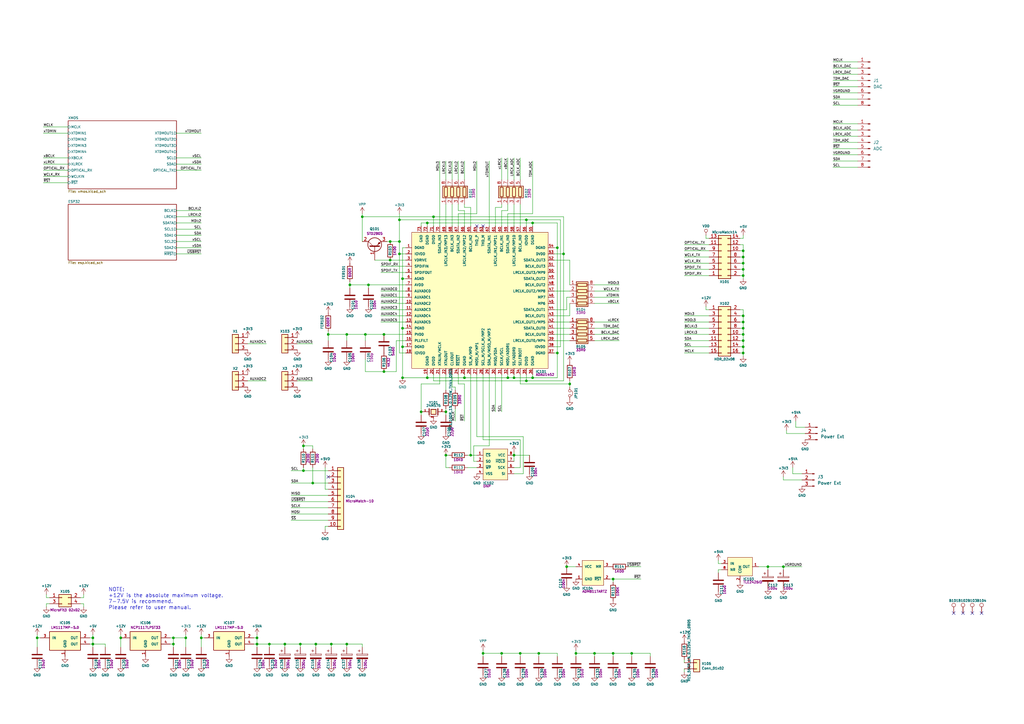
<source format=kicad_sch>
(kicad_sch (version 20211123) (generator eeschema)
  (paper "A3")
  (title_block (title "freeDSP Aurora") (date "24.7.2018") (rev "1.0.0") (company "auverdion"))
  (junction (at 177.8 88.9))
  (junction (at 220.98 267.97))
  (junction (at 157.48 152.4))
  (junction (at 163.83 104.14))
  (junction (at 151.13 116.84))
  (junction (at 304.8 129.54))
  (junction (at 236.22 267.97))
  (junction (at 304.8 110.49))
  (junction (at 232.41 232.41))
  (junction (at 165.1 114.3))
  (junction (at 218.44 154.94))
  (junction (at 304.8 102.87))
  (junction (at 198.12 267.97))
  (junction (at 215.9 90.17))
  (junction (at 124.46 182.88))
  (junction (at 116.84 264.16))
  (junction (at 135.89 264.16))
  (junction (at 157.48 137.16))
  (junction (at 228.6 144.78))
  (junction (at 160.02 106.68))
  (junction (at 251.46 237.49))
  (junction (at 165.1 154.94))
  (junction (at 143.51 116.84))
  (junction (at 175.26 91.44))
  (junction (at 218.44 91.44))
  (junction (at 208.28 154.94))
  (junction (at 71.12 264.16))
  (junction (at 71.12 261.62))
  (junction (at 210.82 186.69))
  (junction (at 163.83 99.06))
  (junction (at 124.46 193.04))
  (junction (at 259.08 267.97))
  (junction (at 142.24 264.16))
  (junction (at 215.9 156.21))
  (junction (at 304.8 142.24))
  (junction (at 304.8 105.41))
  (junction (at 304.8 139.7))
  (junction (at 251.46 267.97))
  (junction (at 314.96 232.41))
  (junction (at 160.02 99.06))
  (junction (at 213.36 267.97))
  (junction (at 38.1 261.62))
  (junction (at 304.8 113.03))
  (junction (at 190.5 154.94))
  (junction (at 148.59 88.9))
  (junction (at 304.8 144.78))
  (junction (at 165.1 134.62))
  (junction (at 142.24 137.16))
  (junction (at 149.86 137.16))
  (junction (at 304.8 132.08))
  (junction (at 128.27 198.12))
  (junction (at 175.26 154.94))
  (junction (at 210.82 154.94))
  (junction (at 231.14 104.14))
  (junction (at 321.31 232.41))
  (junction (at 134.62 137.16))
  (junction (at 172.72 168.91))
  (junction (at 193.04 186.69))
  (junction (at 82.55 261.62))
  (junction (at 304.8 107.95))
  (junction (at 165.1 142.24))
  (junction (at 105.41 264.16))
  (junction (at 243.84 267.97))
  (junction (at 182.88 186.69))
  (junction (at 205.74 267.97))
  (junction (at 38.1 264.16))
  (junction (at 110.49 264.16))
  (junction (at 129.54 264.16))
  (junction (at 304.8 137.16))
  (junction (at 15.24 261.62))
  (junction (at 228.6 101.6))
  (junction (at 233.68 157.48))
  (junction (at 105.41 261.62))
  (junction (at 49.53 261.62))
  (junction (at 76.2 261.62))
  (junction (at 182.88 168.91))
  (junction (at 163.83 90.17))
  (junction (at 304.8 134.62))
  (junction (at 123.19 264.16))
  (no_connect (at 134.62 195.58))
  (no_connect (at 398.78 251.46))
  (no_connect (at 195.58 92.71))
  (no_connect (at 198.12 92.71))
  (no_connect (at 391.16 251.46))
  (no_connect (at 394.97 251.46))
  (no_connect (at 402.59 251.46))
  (wire (pts (xy 72.39 69.85) (xy 82.55 69.85)))
  (wire (pts (xy 205.74 92.71) (xy 205.74 86.36)))
  (wire (pts (xy 304.8 137.16) (xy 304.8 139.7)))
  (wire (pts (xy 166.37 109.22) (xy 156.21 109.22)))
  (wire (pts (xy 280.67 271.78) (xy 280.67 270.51)))
  (wire (pts (xy 34.29 247.65) (xy 34.29 248.92)))
  (wire (pts (xy 72.39 99.06) (xy 82.55 99.06)))
  (wire (pts (xy 227.33 137.16) (xy 233.68 137.16)))
  (wire (pts (xy 321.31 196.85) (xy 321.31 195.58)))
  (wire (pts (xy 195.58 87.63) (xy 195.58 66.04)))
  (wire (pts (xy 198.12 267.97) (xy 198.12 269.24)))
  (wire (pts (xy 210.82 194.31) (xy 214.63 194.31)))
  (wire (pts (xy 149.86 137.16) (xy 157.48 137.16)))
  (wire (pts (xy 128.27 191.77) (xy 128.27 198.12)))
  (wire (pts (xy 128.27 182.88) (xy 128.27 184.15)))
  (wire (pts (xy 76.2 261.62) (xy 76.2 265.43)))
  (wire (pts (xy 214.63 194.31) (xy 214.63 179.07)))
  (wire (pts (xy 228.6 154.94) (xy 228.6 144.78)))
  (wire (pts (xy 166.37 119.38) (xy 156.21 119.38)))
  (wire (pts (xy 186.69 167.64) (xy 186.69 172.72)))
  (wire (pts (xy 351.79 30.48) (xy 341.63 30.48)))
  (wire (pts (xy 166.37 111.76) (xy 156.21 111.76)))
  (wire (pts (xy 198.12 180.34) (xy 198.12 153.67)))
  (wire (pts (xy 180.34 92.71) (xy 180.34 66.04)))
  (wire (pts (xy 187.96 157.48) (xy 190.5 157.48)))
  (wire (pts (xy 163.83 104.14) (xy 166.37 104.14)))
  (wire (pts (xy 185.42 73.66) (xy 185.42 66.04)))
  (wire (pts (xy 124.46 193.04) (xy 134.62 193.04)))
  (wire (pts (xy 27.94 54.61) (xy 17.78 54.61)))
  (wire (pts (xy 257.81 232.41) (xy 262.89 232.41)))
  (wire (pts (xy 290.83 127) (xy 289.56 127)))
  (wire (pts (xy 187.96 153.67) (xy 187.96 157.48)))
  (wire (pts (xy 142.24 264.16) (xy 148.59 264.16)))
  (wire (pts (xy 157.48 152.4) (xy 162.56 152.4)))
  (wire (pts (xy 69.85 261.62) (xy 71.12 261.62)))
  (wire (pts (xy 205.74 85.09) (xy 205.74 83.82)))
  (wire (pts (xy 205.74 86.36) (xy 208.28 86.36)))
  (wire (pts (xy 351.79 66.04) (xy 341.63 66.04)))
  (wire (pts (xy 210.82 73.66) (xy 210.82 64.77)))
  (wire (pts (xy 295.91 231.14) (xy 294.64 231.14)))
  (wire (pts (xy 72.39 96.52) (xy 82.55 96.52)))
  (wire (pts (xy 304.8 107.95) (xy 304.8 110.49)))
  (wire (pts (xy 172.72 168.91) (xy 172.72 170.18)))
  (wire (pts (xy 38.1 261.62) (xy 38.1 264.16)))
  (wire (pts (xy 314.96 233.68) (xy 314.96 232.41)))
  (wire (pts (xy 149.86 152.4) (xy 149.86 147.32)))
  (wire (pts (xy 149.86 137.16) (xy 149.86 139.7)))
  (wire (pts (xy 250.19 237.49) (xy 251.46 237.49)))
  (wire (pts (xy 200.66 66.04) (xy 200.66 92.71)))
  (wire (pts (xy 162.56 139.7) (xy 166.37 139.7)))
  (wire (pts (xy 195.58 189.23) (xy 194.31 189.23)))
  (wire (pts (xy 228.6 144.78) (xy 228.6 101.6)))
  (wire (pts (xy 351.79 60.96) (xy 341.63 60.96)))
  (wire (pts (xy 210.82 185.42) (xy 210.82 186.69)))
  (wire (pts (xy 203.2 92.71) (xy 203.2 85.09)))
  (wire (pts (xy 290.83 129.54) (xy 280.67 129.54)))
  (wire (pts (xy 124.46 191.77) (xy 124.46 193.04)))
  (wire (pts (xy 143.51 116.84) (xy 143.51 118.11)))
  (wire (pts (xy 19.05 247.65) (xy 19.05 248.92)))
  (wire (pts (xy 69.85 264.16) (xy 71.12 264.16)))
  (wire (pts (xy 290.83 144.78) (xy 280.67 144.78)))
  (wire (pts (xy 143.51 115.57) (xy 143.51 116.84)))
  (wire (pts (xy 148.59 264.16) (xy 148.59 265.43)))
  (wire (pts (xy 119.38 198.12) (xy 128.27 198.12)))
  (wire (pts (xy 328.93 196.85) (xy 321.31 196.85)))
  (wire (pts (xy 259.08 267.97) (xy 266.7 267.97)))
  (wire (pts (xy 175.26 91.44) (xy 172.72 91.44)))
  (wire (pts (xy 303.53 102.87) (xy 304.8 102.87)))
  (wire (pts (xy 175.26 154.94) (xy 175.26 153.67)))
  (wire (pts (xy 303.53 110.49) (xy 304.8 110.49)))
  (wire (pts (xy 177.8 92.71) (xy 177.8 88.9)))
  (wire (pts (xy 166.37 134.62) (xy 165.1 134.62)))
  (wire (pts (xy 101.6 140.97) (xy 109.22 140.97)))
  (wire (pts (xy 187.96 87.63) (xy 195.58 87.63)))
  (wire (pts (xy 185.42 158.75) (xy 186.69 158.75)))
  (wire (pts (xy 228.6 91.44) (xy 218.44 91.44)))
  (wire (pts (xy 49.53 261.62) (xy 49.53 265.43)))
  (wire (pts (xy 243.84 116.84) (xy 254 116.84)))
  (wire (pts (xy 15.24 260.35) (xy 15.24 261.62)))
  (wire (pts (xy 228.6 101.6) (xy 228.6 91.44)))
  (wire (pts (xy 143.51 116.84) (xy 151.13 116.84)))
  (wire (pts (xy 27.94 67.31) (xy 17.78 67.31)))
  (wire (pts (xy 166.37 121.92) (xy 156.21 121.92)))
  (wire (pts (xy 110.49 264.16) (xy 110.49 265.43)))
  (wire (pts (xy 213.36 267.97) (xy 213.36 269.24)))
  (wire (pts (xy 158.75 99.06) (xy 160.02 99.06)))
  (wire (pts (xy 133.35 215.9) (xy 134.62 215.9)))
  (wire (pts (xy 243.84 132.08) (xy 254 132.08)))
  (wire (pts (xy 166.37 142.24) (xy 165.1 142.24)))
  (wire (pts (xy 151.13 116.84) (xy 151.13 118.11)))
  (wire (pts (xy 218.44 154.94) (xy 228.6 154.94)))
  (wire (pts (xy 190.5 92.71) (xy 190.5 86.36)))
  (wire (pts (xy 71.12 261.62) (xy 71.12 264.16)))
  (wire (pts (xy 210.82 186.69) (xy 217.17 186.69)))
  (wire (pts (xy 116.84 264.16) (xy 116.84 265.43)))
  (wire (pts (xy 36.83 261.62) (xy 38.1 261.62)))
  (wire (pts (xy 243.84 119.38) (xy 254 119.38)))
  (wire (pts (xy 227.33 106.68) (xy 233.68 106.68)))
  (wire (pts (xy 351.79 68.58) (xy 341.63 68.58)))
  (wire (pts (xy 205.74 267.97) (xy 213.36 267.97)))
  (wire (pts (xy 198.12 266.7) (xy 198.12 267.97)))
  (wire (pts (xy 195.58 179.07) (xy 195.58 153.67)))
  (wire (pts (xy 233.68 129.54) (xy 233.68 124.46)))
  (wire (pts (xy 134.62 208.28) (xy 119.38 208.28)))
  (wire (pts (xy 172.72 157.48) (xy 180.34 157.48)))
  (wire (pts (xy 180.34 157.48) (xy 180.34 153.67)))
  (wire (pts (xy 213.36 267.97) (xy 220.98 267.97)))
  (wire (pts (xy 165.1 101.6) (xy 165.1 114.3)))
  (wire (pts (xy 72.39 54.61) (xy 82.55 54.61)))
  (wire (pts (xy 289.56 127) (xy 289.56 125.73)))
  (wire (pts (xy 303.53 105.41) (xy 304.8 105.41)))
  (wire (pts (xy 166.37 132.08) (xy 156.21 132.08)))
  (wire (pts (xy 191.77 191.77) (xy 195.58 191.77)))
  (wire (pts (xy 71.12 264.16) (xy 71.12 265.43)))
  (wire (pts (xy 227.33 139.7) (xy 233.68 139.7)))
  (wire (pts (xy 129.54 264.16) (xy 135.89 264.16)))
  (wire (pts (xy 351.79 27.94) (xy 341.63 27.94)))
  (wire (pts (xy 251.46 267.97) (xy 251.46 269.24)))
  (wire (pts (xy 160.02 99.06) (xy 163.83 99.06)))
  (wire (pts (xy 72.39 64.77) (xy 82.55 64.77)))
  (wire (pts (xy 304.8 132.08) (xy 304.8 134.62)))
  (wire (pts (xy 215.9 156.21) (xy 231.14 156.21)))
  (wire (pts (xy 110.49 264.16) (xy 116.84 264.16)))
  (wire (pts (xy 304.8 113.03) (xy 304.8 114.3)))
  (wire (pts (xy 72.39 67.31) (xy 82.55 67.31)))
  (wire (pts (xy 198.12 267.97) (xy 205.74 267.97)))
  (wire (pts (xy 203.2 85.09) (xy 205.74 85.09)))
  (wire (pts (xy 304.8 144.78) (xy 304.8 146.05)))
  (wire (pts (xy 218.44 87.63) (xy 218.44 66.04)))
  (wire (pts (xy 289.56 97.79) (xy 289.56 96.52)))
  (wire (pts (xy 194.31 182.88) (xy 200.66 182.88)))
  (wire (pts (xy 105.41 264.16) (xy 110.49 264.16)))
  (wire (pts (xy 215.9 90.17) (xy 229.87 90.17)))
  (wire (pts (xy 182.88 186.69) (xy 184.15 186.69)))
  (wire (pts (xy 20.32 247.65) (xy 19.05 247.65)))
  (wire (pts (xy 213.36 73.66) (xy 213.36 64.77)))
  (wire (pts (xy 303.53 100.33) (xy 304.8 100.33)))
  (wire (pts (xy 129.54 264.16) (xy 129.54 265.43)))
  (wire (pts (xy 351.79 50.8) (xy 341.63 50.8)))
  (wire (pts (xy 172.72 157.48) (xy 172.72 168.91)))
  (wire (pts (xy 71.12 261.62) (xy 76.2 261.62)))
  (wire (pts (xy 121.92 140.97) (xy 128.27 140.97)))
  (wire (pts (xy 160.02 106.68) (xy 166.37 106.68)))
  (wire (pts (xy 232.41 127) (xy 232.41 121.92)))
  (wire (pts (xy 27.94 52.07) (xy 17.78 52.07)))
  (wire (pts (xy 185.42 153.67) (xy 185.42 158.75)))
  (wire (pts (xy 220.98 267.97) (xy 228.6 267.97)))
  (wire (pts (xy 208.28 86.36) (xy 208.28 83.82)))
  (wire (pts (xy 76.2 260.35) (xy 76.2 261.62)))
  (wire (pts (xy 191.77 186.69) (xy 193.04 186.69)))
  (wire (pts (xy 214.63 179.07) (xy 195.58 179.07)))
  (wire (pts (xy 205.74 153.67) (xy 205.74 168.91)))
  (wire (pts (xy 208.28 92.71) (xy 208.28 87.63)))
  (wire (pts (xy 119.38 205.74) (xy 134.62 205.74)))
  (wire (pts (xy 210.82 153.67) (xy 210.82 154.94)))
  (wire (pts (xy 341.63 25.4) (xy 351.79 25.4)))
  (wire (pts (xy 119.38 193.04) (xy 124.46 193.04)))
  (wire (pts (xy 227.33 129.54) (xy 233.68 129.54)))
  (wire (pts (xy 243.84 139.7) (xy 254 139.7)))
  (wire (pts (xy 259.08 267.97) (xy 259.08 269.24)))
  (wire (pts (xy 231.14 88.9) (xy 231.14 104.14)))
  (wire (pts (xy 304.8 102.87) (xy 304.8 105.41)))
  (wire (pts (xy 142.24 137.16) (xy 149.86 137.16)))
  (wire (pts (xy 193.04 85.09) (xy 190.5 85.09)))
  (wire (pts (xy 49.53 260.35) (xy 49.53 261.62)))
  (wire (pts (xy 182.88 153.67) (xy 182.88 160.02)))
  (wire (pts (xy 105.41 261.62) (xy 105.41 264.16)))
  (wire (pts (xy 290.83 97.79) (xy 289.56 97.79)))
  (wire (pts (xy 165.1 134.62) (xy 165.1 142.24)))
  (wire (pts (xy 220.98 267.97) (xy 220.98 269.24)))
  (wire (pts (xy 175.26 91.44) (xy 175.26 92.71)))
  (wire (pts (xy 33.02 247.65) (xy 34.29 247.65)))
  (wire (pts (xy 166.37 124.46) (xy 156.21 124.46)))
  (wire (pts (xy 351.79 55.88) (xy 341.63 55.88)))
  (wire (pts (xy 135.89 264.16) (xy 135.89 265.43)))
  (wire (pts (xy 251.46 267.97) (xy 259.08 267.97)))
  (wire (pts (xy 328.93 194.31) (xy 325.12 194.31)))
  (wire (pts (xy 163.83 90.17) (xy 163.83 99.06)))
  (wire (pts (xy 351.79 35.56) (xy 341.63 35.56)))
  (wire (pts (xy 163.83 144.78) (xy 166.37 144.78)))
  (wire (pts (xy 190.5 157.48) (xy 190.5 172.72)))
  (wire (pts (xy 227.33 134.62) (xy 233.68 134.62)))
  (wire (pts (xy 231.14 104.14) (xy 227.33 104.14)))
  (wire (pts (xy 177.8 88.9) (xy 231.14 88.9)))
  (wire (pts (xy 215.9 153.67) (xy 215.9 156.21)))
  (wire (pts (xy 135.89 264.16) (xy 142.24 264.16)))
  (wire (pts (xy 15.24 261.62) (xy 15.24 265.43)))
  (wire (pts (xy 311.15 232.41) (xy 314.96 232.41)))
  (wire (pts (xy 294.64 231.14) (xy 294.64 229.87)))
  (wire (pts (xy 128.27 198.12) (xy 134.62 198.12)))
  (wire (pts (xy 165.1 154.94) (xy 175.26 154.94)))
  (wire (pts (xy 229.87 142.24) (xy 229.87 90.17)))
  (wire (pts (xy 290.83 113.03) (xy 280.67 113.03)))
  (wire (pts (xy 194.31 189.23) (xy 194.31 182.88)))
  (wire (pts (xy 38.1 260.35) (xy 38.1 261.62)))
  (wire (pts (xy 134.62 210.82) (xy 119.38 210.82)))
  (wire (pts (xy 27.94 72.39) (xy 17.78 72.39)))
  (wire (pts (xy 134.62 203.2) (xy 119.38 203.2)))
  (wire (pts (xy 72.39 91.44) (xy 82.55 91.44)))
  (wire (pts (xy 19.05 245.11) (xy 19.05 243.84)))
  (wire (pts (xy 233.68 157.48) (xy 213.36 157.48)))
  (wire (pts (xy 210.82 191.77) (xy 213.36 191.77)))
  (wire (pts (xy 304.8 134.62) (xy 304.8 137.16)))
  (wire (pts (xy 72.39 88.9) (xy 82.55 88.9)))
  (wire (pts (xy 175.26 154.94) (xy 190.5 154.94)))
  (wire (pts (xy 304.8 113.03) (xy 303.53 113.03)))
  (wire (pts (xy 236.22 267.97) (xy 243.84 267.97)))
  (wire (pts (xy 162.56 152.4) (xy 162.56 139.7)))
  (wire (pts (xy 330.2 177.8) (xy 322.58 177.8)))
  (wire (pts (xy 134.62 200.66) (xy 133.35 200.66)))
  (wire (pts (xy 208.28 73.66) (xy 208.28 64.77)))
  (wire (pts (xy 210.82 154.94) (xy 218.44 154.94)))
  (wire (pts (xy 290.83 102.87) (xy 280.67 102.87)))
  (wire (pts (xy 304.8 139.7) (xy 304.8 142.24)))
  (wire (pts (xy 163.83 104.14) (xy 163.83 144.78)))
  (wire (pts (xy 134.62 213.36) (xy 119.38 213.36)))
  (wire (pts (xy 82.55 261.62) (xy 83.82 261.62)))
  (wire (pts (xy 166.37 114.3) (xy 165.1 114.3)))
  (wire (pts (xy 123.19 264.16) (xy 123.19 265.43)))
  (wire (pts (xy 104.14 264.16) (xy 105.41 264.16)))
  (wire (pts (xy 190.5 154.94) (xy 208.28 154.94)))
  (wire (pts (xy 303.53 134.62) (xy 304.8 134.62)))
  (wire (pts (xy 233.68 106.68) (xy 233.68 116.84)))
  (wire (pts (xy 184.15 191.77) (xy 182.88 191.77)))
  (wire (pts (xy 172.72 91.44) (xy 172.72 92.71)))
  (wire (pts (xy 124.46 182.88) (xy 124.46 184.15)))
  (wire (pts (xy 243.84 124.46) (xy 254 124.46)))
  (wire (pts (xy 36.83 264.16) (xy 38.1 264.16)))
  (wire (pts (xy 266.7 267.97) (xy 266.7 269.24)))
  (wire (pts (xy 163.83 99.06) (xy 163.83 104.14)))
  (wire (pts (xy 233.68 157.48) (xy 233.68 158.75)))
  (wire (pts (xy 163.83 90.17) (xy 215.9 90.17)))
  (wire (pts (xy 290.83 132.08) (xy 280.67 132.08)))
  (wire (pts (xy 43.18 264.16) (xy 43.18 265.43)))
  (wire (pts (xy 142.24 264.16) (xy 142.24 265.43)))
  (wire (pts (xy 290.83 139.7) (xy 280.67 139.7)))
  (wire (pts (xy 218.44 91.44) (xy 175.26 91.44)))
  (wire (pts (xy 314.96 232.41) (xy 321.31 232.41)))
  (wire (pts (xy 227.33 132.08) (xy 233.68 132.08)))
  (wire (pts (xy 208.28 87.63) (xy 218.44 87.63)))
  (wire (pts (xy 232.41 121.92) (xy 233.68 121.92)))
  (wire (pts (xy 351.79 63.5) (xy 341.63 63.5)))
  (wire (pts (xy 72.39 86.36) (xy 82.55 86.36)))
  (wire (pts (xy 303.53 137.16) (xy 304.8 137.16)))
  (wire (pts (xy 27.94 74.93) (xy 17.78 74.93)))
  (wire (pts (xy 157.48 137.16) (xy 166.37 137.16)))
  (wire (pts (xy 280.67 275.59) (xy 280.67 274.32)))
  (wire (pts (xy 190.5 86.36) (xy 187.96 86.36)))
  (wire (pts (xy 182.88 92.71) (xy 182.88 83.82)))
  (wire (pts (xy 15.24 261.62) (xy 16.51 261.62)))
  (wire (pts (xy 33.02 245.11) (xy 34.29 245.11)))
  (wire (pts (xy 153.67 106.68) (xy 160.02 106.68)))
  (wire (pts (xy 303.53 129.54) (xy 304.8 129.54)))
  (wire (pts (xy 200.66 182.88) (xy 200.66 153.67)))
  (wire (pts (xy 105.41 260.35) (xy 105.41 261.62)))
  (wire (pts (xy 243.84 267.97) (xy 243.84 269.24)))
  (wire (pts (xy 148.59 88.9) (xy 177.8 88.9)))
  (wire (pts (xy 251.46 237.49) (xy 262.89 237.49)))
  (wire (pts (xy 231.14 104.14) (xy 231.14 156.21)))
  (wire (pts (xy 304.8 100.33) (xy 304.8 102.87)))
  (wire (pts (xy 166.37 101.6) (xy 165.1 101.6)))
  (wire (pts (xy 236.22 266.7) (xy 236.22 267.97)))
  (wire (pts (xy 101.6 156.21) (xy 109.22 156.21)))
  (wire (pts (xy 303.53 97.79) (xy 304.8 97.79)))
  (wire (pts (xy 208.28 154.94) (xy 210.82 154.94)))
  (wire (pts (xy 165.1 114.3) (xy 165.1 134.62)))
  (wire (pts (xy 134.62 137.16) (xy 134.62 139.7)))
  (wire (pts (xy 210.82 92.71) (xy 210.82 83.82)))
  (wire (pts (xy 72.39 101.6) (xy 82.55 101.6)))
  (wire (pts (xy 243.84 267.97) (xy 251.46 267.97)))
  (wire (pts (xy 351.79 58.42) (xy 341.63 58.42)))
  (wire (pts (xy 215.9 92.71) (xy 215.9 90.17)))
  (wire (pts (xy 34.29 245.11) (xy 34.29 243.84)))
  (wire (pts (xy 182.88 167.64) (xy 182.88 168.91)))
  (wire (pts (xy 304.8 97.79) (xy 304.8 96.52)))
  (wire (pts (xy 290.83 105.41) (xy 280.67 105.41)))
  (wire (pts (xy 304.8 110.49) (xy 304.8 113.03)))
  (wire (pts (xy 27.94 64.77) (xy 17.78 64.77)))
  (wire (pts (xy 227.33 127) (xy 232.41 127)))
  (wire (pts (xy 213.36 92.71) (xy 213.36 83.82)))
  (wire (pts (xy 233.68 156.21) (xy 233.68 157.48)))
  (wire (pts (xy 351.79 33.02) (xy 341.63 33.02)))
  (wire (pts (xy 105.41 264.16) (xy 105.41 265.43)))
  (wire (pts (xy 236.22 267.97) (xy 236.22 269.24)))
  (wire (pts (xy 303.53 107.95) (xy 304.8 107.95)))
  (wire (pts (xy 218.44 91.44) (xy 218.44 92.71)))
  (wire (pts (xy 20.32 245.11) (xy 19.05 245.11)))
  (wire (pts (xy 227.33 119.38) (xy 233.68 119.38)))
  (wire (pts (xy 303.53 139.7) (xy 304.8 139.7)))
  (wire (pts (xy 303.53 132.08) (xy 304.8 132.08)))
  (wire (pts (xy 290.83 142.24) (xy 280.67 142.24)))
  (wire (pts (xy 303.53 142.24) (xy 304.8 142.24)))
  (wire (pts (xy 72.39 93.98) (xy 82.55 93.98)))
  (wire (pts (xy 185.42 92.71) (xy 185.42 83.82)))
  (wire (pts (xy 213.36 191.77) (xy 213.36 180.34)))
  (wire (pts (xy 290.83 110.49) (xy 280.67 110.49)))
  (wire (pts (xy 121.92 156.21) (xy 128.27 156.21)))
  (wire (pts (xy 124.46 182.88) (xy 128.27 182.88)))
  (wire (pts (xy 38.1 264.16) (xy 43.18 264.16)))
  (wire (pts (xy 236.22 232.41) (xy 232.41 232.41)))
  (wire (pts (xy 205.74 73.66) (xy 205.74 64.77)))
  (wire (pts (xy 321.31 233.68) (xy 321.31 232.41)))
  (wire (pts (xy 193.04 186.69) (xy 195.58 186.69)))
  (wire (pts (xy 303.53 127) (xy 304.8 127)))
  (wire (pts (xy 243.84 134.62) (xy 254 134.62)))
  (wire (pts (xy 304.8 129.54) (xy 304.8 132.08)))
  (wire (pts (xy 182.88 191.77) (xy 182.88 186.69)))
  (wire (pts (xy 228.6 144.78) (xy 227.33 144.78)))
  (wire (pts (xy 304.8 127) (xy 304.8 129.54)))
  (wire (pts (xy 177.8 153.67) (xy 177.8 156.21)))
  (wire (pts (xy 218.44 154.94) (xy 218.44 153.67)))
  (wire (pts (xy 133.35 217.17) (xy 133.35 215.9)))
  (wire (pts (xy 294.64 233.68) (xy 294.64 234.95)))
  (wire (pts (xy 151.13 116.84) (xy 166.37 116.84)))
  (wire (pts (xy 213.36 157.48) (xy 213.36 153.67)))
  (wire (pts (xy 290.83 134.62) (xy 280.67 134.62)))
  (wire (pts (xy 330.2 175.26) (xy 326.39 175.26)))
  (wire (pts (xy 205.74 267.97) (xy 205.74 269.24)))
  (wire (pts (xy 228.6 267.97) (xy 228.6 269.24)))
  (wire (pts (xy 142.24 137.16) (xy 142.24 139.7)))
  (wire (pts (xy 243.84 121.92) (xy 254 121.92)))
  (wire (pts (xy 213.36 180.34) (xy 198.12 180.34)))
  (wire (pts (xy 148.59 88.9) (xy 148.59 99.06)))
  (wire (pts (xy 165.1 142.24) (xy 165.1 154.94)))
  (wire (pts (xy 203.2 153.67) (xy 203.2 168.91)))
  (wire (pts (xy 186.69 158.75) (xy 186.69 160.02)))
  (wire (pts (xy 351.79 38.1) (xy 341.63 38.1)))
  (wire (pts (xy 166.37 129.54) (xy 156.21 129.54)))
  (wire (pts (xy 304.8 105.41) (xy 304.8 107.95)))
  (wire (pts (xy 190.5 73.66) (xy 190.5 66.04)))
  (wire (pts (xy 304.8 144.78) (xy 303.53 144.78)))
  (wire (pts (xy 133.35 200.66) (xy 133.35 191.77)))
  (wire (pts (xy 134.62 135.89) (xy 134.62 137.16)))
  (wire (pts (xy 187.96 73.66) (xy 187.96 66.04)))
  (wire (pts (xy 351.79 53.34) (xy 341.63 53.34)))
  (wire (pts (xy 251.46 237.49) (xy 251.46 238.76)))
  (wire (pts (xy 190.5 85.09) (xy 190.5 83.82)))
  (wire (pts (xy 322.58 177.8) (xy 322.58 176.53)))
  (wire (pts (xy 243.84 137.16) (xy 254 137.16)))
  (wire (pts (xy 166.37 127) (xy 156.21 127)))
  (wire (pts (xy 210.82 189.23) (xy 210.82 186.69)))
  (wire (pts (xy 325.12 194.31) (xy 325.12 191.77)))
  (wire (pts (xy 351.79 40.64) (xy 341.63 40.64)))
  (wire (pts (xy 208.28 153.67) (xy 208.28 154.94)))
  (wire (pts (xy 38.1 264.16) (xy 38.1 265.43)))
  (wire (pts (xy 182.88 73.66) (xy 182.88 66.04)))
  (wire (pts (xy 290.83 137.16) (xy 280.67 137.16)))
  (wire (pts (xy 351.79 43.18) (xy 341.63 43.18)))
  (wire (pts (xy 177.8 156.21) (xy 215.9 156.21)))
  (wire (pts (xy 82.55 261.62) (xy 82.55 265.43)))
  (wire (pts (xy 116.84 264.16) (xy 123.19 264.16)))
  (wire (pts (xy 134.62 137.16) (xy 142.24 137.16)))
  (wire (pts (xy 295.91 233.68) (xy 294.64 233.68)))
  (wire (pts (xy 187.96 92.71) (xy 187.96 87.63)))
  (wire (pts (xy 290.83 100.33) (xy 280.67 100.33)))
  (wire (pts (xy 227.33 142.24) (xy 229.87 142.24)))
  (wire (pts (xy 182.88 168.91) (xy 182.88 170.18)))
  (wire (pts (xy 228.6 101.6) (xy 227.33 101.6)))
  (wire (pts (xy 304.8 142.24) (xy 304.8 144.78)))
  (wire (pts (xy 82.55 260.35) (xy 82.55 261.62)))
  (wire (pts (xy 193.04 92.71) (xy 193.04 85.09)))
  (wire (pts (xy 290.83 107.95) (xy 280.67 107.95)))
  (wire (pts (xy 72.39 104.14) (xy 82.55 104.14)))
  (wire (pts (xy 163.83 87.63) (xy 163.83 90.17)))
  (wire (pts (xy 149.86 152.4) (xy 157.48 152.4)))
  (wire (pts (xy 148.59 87.63) (xy 148.59 88.9)))
  (wire (pts (xy 187.96 86.36) (xy 187.96 83.82)))
  (wire (pts (xy 326.39 175.26) (xy 326.39 172.72)))
  (wire (pts (xy 321.31 232.41) (xy 328.93 232.41)))
  (wire (pts (xy 193.04 153.67) (xy 193.04 186.69)))
  (wire (pts (xy 123.19 264.16) (xy 129.54 264.16)))
  (wire (pts (xy 190.5 154.94) (xy 190.5 153.67)))
  (wire (pts (xy 27.94 69.85) (xy 17.78 69.85)))
  (wire (pts (xy 104.14 261.62) (xy 105.41 261.62)))
  (text "NOTE:\n+12V is the absolute maximum voltage. \n7-7.5V is recommend.\nPlease refer to user manual." (at 44.45 250.19 0) (effects (font (size 1.524 1.524)) (justify left bottom)))
  (label "AUXADC2" (at 109.22 156.21 180) (effects (font (size 0.99 0.99))))
  (label "BCLK:2" (at 190.5 66.04 270) (effects (font (size 0.9906 0.9906))))
  (label "WCLK_TX" (at 280.67 105.41 0) (effects (font (size 0.9906 0.9906))))
  (label "xTDMIN" (at 17.78 54.61 0) (effects (font (size 0.9906 0.9906))))
  (label "MDO:3" (at 280.67 132.08 0) (effects (font (size 0.9906 0.9906))))
  (label "xBCLK" (at 17.78 64.77 0) (effects (font (size 0.9906 0.9906))))
  (label "BCLK_ADC" (at 213.36 64.77 270) (effects (font (size 0.9906 0.9906))))
  (label "AUXADC3" (at 156.21 127 0) (effects (font (size 0.9906 0.9906))))
  (label "MISO" (at 119.38 203.2 0) (effects (font (size 0.9906 0.9906))))
  (label "SDA" (at 341.63 40.64 0) (effects (font (size 0.9906 0.9906))))
  (label "OPTICAL_TX" (at 280.67 100.33 0) (effects (font (size 0.9906 0.9906))))
  (label "SPDIF_TX" (at 156.21 111.76 0) (effects (font (size 0.9906 0.9906))))
  (label "LRCK:2" (at 187.96 66.04 270) (effects (font (size 0.9906 0.9906))))
  (label "LRCK:2" (at 82.55 88.9 180) (effects (font (size 0.9906 0.9906))))
  (label "TDM_DAC" (at 254 134.62 180) (effects (font (size 0.9906 0.9906))))
  (label "xTDMIN" (at 254 121.92 180) (effects (font (size 0.9906 0.9906))))
  (label "xTDMOUT" (at 82.55 54.61 180) (effects (font (size 0.9906 0.9906))))
  (label "SDA" (at 82.55 96.52 180) (effects (font (size 0.9906 0.9906))))
  (label "VGROUND" (at 341.63 63.5 0) (effects (font (size 0.9906 0.9906))))
  (label "MDI:2" (at 195.58 66.04 270) (effects (font (size 0.9906 0.9906))))
  (label "BCLK:3" (at 280.67 134.62 0) (effects (font (size 0.9906 0.9906))))
  (label "AUXADC5" (at 156.21 132.08 0) (effects (font (size 0.9906 0.9906))))
  (label "xLRCK" (at 205.74 64.77 270) (effects (font (size 0.9906 0.9906))))
  (label "~{RST}" (at 190.5 172.72 90) (effects (font (size 0.9906 0.9906))))
  (label "xSDA" (at 82.55 67.31 180) (effects (font (size 0.9906 0.9906))))
  (label "LRCK_ADC" (at 341.63 55.88 0) (effects (font (size 0.9906 0.9906))))
  (label "SCL" (at 205.74 168.91 90) (effects (font (size 0.9906 0.9906))))
  (label "SPDIF_RX" (at 156.21 109.22 0) (effects (font (size 0.9906 0.9906))))
  (label "MDI:3" (at 180.34 66.04 270) (effects (font (size 0.9906 0.9906))))
  (label "BCLK_DAC" (at 341.63 27.94 0) (effects (font (size 0.9906 0.9906))))
  (label "SCLK" (at 119.38 208.28 0) (effects (font (size 0.9906 0.9906))))
  (label "MCLK" (at 341.63 25.4 0) (effects (font (size 0.9906 0.9906))))
  (label "~{SS}" (at 119.38 213.36 0) (effects (font (size 0.9906 0.9906))))
  (label "LRCK_DAC" (at 341.63 30.48 0) (effects (font (size 0.9906 0.9906))))
  (label "OPTICAL_RX" (at 280.67 102.87 0) (effects (font (size 0.9906 0.9906))))
  (label "~{USBRST}" (at 119.38 205.74 0) (effects (font (size 0.9906 0.9906))))
  (label "LRCK_ADC" (at 210.82 64.77 270) (effects (font (size 0.9906 0.9906))))
  (label "LRCK_DAC" (at 254 139.7 180) (effects (font (size 0.9906 0.9906))))
  (label "SCL" (at 341.63 68.58 0) (effects (font (size 0.9906 0.9906))))
  (label "SDA" (at 280.67 139.7 0) (effects (font (size 0.9906 0.9906))))
  (label "VGROUND" (at 341.63 38.1 0) (effects (font (size 0.9906 0.9906))))
  (label "xTDMOUT" (at 200.66 66.04 270) (effects (font (size 0.9906 0.9906))))
  (label "~{USBRST}" (at 82.55 104.14 180) (effects (font (size 0.9906 0.9906))))
  (label "xSCL" (at 82.55 99.06 180) (effects (font (size 0.9906 0.9906))))
  (label "xBCLK" (at 208.28 64.77 270) (effects (font (size 0.9906 0.9906))))
  (label "xLRCK" (at 254 132.08 180) (effects (font (size 0.9906 0.9906))))
  (label "BCLK:3" (at 185.42 66.04 270) (effects (font (size 0.9906 0.9906))))
  (label "SCL" (at 341.63 43.18 0) (effects (font (size 0.9906 0.9906))))
  (label "xSDA" (at 82.55 101.6 180) (effects (font (size 0.9906 0.9906))))
  (label "SCL" (at 280.67 142.24 0) (effects (font (size 0.9906 0.9906))))
  (label "SCL" (at 119.38 193.04 0) (effects (font (size 0.9906 0.9906))))
  (label "LRCK:3" (at 280.67 137.16 0) (effects (font (size 0.9906 0.9906))))
  (label "TDM_DAC" (at 341.63 33.02 0) (effects (font (size 0.9906 0.9906))))
  (label "MDI:3" (at 280.67 129.54 0) (effects (font (size 0.9906 0.9906))))
  (label "TDM_ADC" (at 341.63 58.42 0) (effects (font (size 0.9906 0.9906))))
  (label "BCLK:2" (at 82.55 86.36 180) (effects (font (size 0.9906 0.9906))))
  (label "WCLK_RX" (at 280.67 107.95 0) (effects (font (size 0.9906 0.9906))))
  (label "~{USBRST}" (at 262.89 232.41 180) (effects (font (size 0.9906 0.9906))))
  (label "MDO:3" (at 254 116.84 180) (effects (font (size 0.9906 0.9906))))
  (label "SDA" (at 203.2 168.91 90) (effects (font (size 0.9906 0.9906))))
  (label "~{RST}" (at 17.78 74.93 0) (effects (font (size 0.9906 0.9906))))
  (label "MCLK" (at 280.67 144.78 0) (effects (font (size 0.9906 0.9906))))
  (label "WCLK_RX" (at 17.78 72.39 0) (effects (font (size 0.9906 0.9906))))
  (label "AUXADC0" (at 156.21 119.38 0) (effects (font (size 0.9906 0.9906))))
  (label "OPTICAL_TX" (at 82.55 69.85 180) (effects (font (size 0.9906 0.9906))))
  (label "SPDIF_RX" (at 280.67 113.03 0) (effects (font (size 0.9906 0.9906))))
  (label "LRCK:3" (at 182.88 66.04 270) (effects (font (size 0.9906 0.9906))))
  (label "AUXADC1" (at 156.21 121.92 0) (effects (font (size 0.9906 0.9906))))
  (label "~{RST}" (at 341.63 35.56 0) (effects (font (size 0.9906 0.9906))))
  (label "MDI:2" (at 82.55 91.44 180) (effects (font (size 0.9906 0.9906))))
  (label "MCLK" (at 341.63 50.8 0) (effects (font (size 0.9906 0.9906))))
  (label "xBCLK" (at 254 124.46 180) (effects (font (size 0.9906 0.9906))))
  (label "MCLK" (at 186.69 172.72 90) (effects (font (size 0.9906 0.9906))))
  (label "SDA" (at 341.63 66.04 0) (effects (font (size 0.9906 0.9906))))
  (label "AUXADC4" (at 109.22 140.97 180) (effects (font (size 1 1))))
  (label "BCLK_ADC" (at 341.63 53.34 0) (effects (font (size 0.9906 0.9906))))
  (label "xLRCK" (at 17.78 67.31 0) (effects (font (size 0.9906 0.9906))))
  (label "SDA" (at 119.38 198.12 0) (effects (font (size 0.9906 0.9906))))
  (label "MOSI" (at 119.38 210.82 0) (effects (font (size 0.9906 0.9906))))
  (label "SCL" (at 82.55 93.98 180) (effects (font (size 0.9906 0.9906))))
  (label "AUXADC2" (at 156.21 124.46 0) (effects (font (size 0.9906 0.9906))))
  (label "AUXADC5" (at 128.27 140.97 180) (effects (font (size 0.9906 0.9906))))
  (label "WCLK_TX" (at 254 119.38 180) (effects (font (size 0.9906 0.9906))))
  (label "OPTICAL_RX" (at 17.78 69.85 0) (effects (font (size 0.9906 0.9906))))
  (label "BCLK_DAC" (at 254 137.16 180) (effects (font (size 0.9906 0.9906))))
  (label "SPDIF_TX" (at 280.67 110.49 0) (effects (font (size 0.9906 0.9906))))
  (label "MCLK" (at 17.78 52.07 0) (effects (font (size 0.9906 0.9906))))
  (label "xSCL" (at 82.55 64.77 180) (effects (font (size 0.9906 0.9906))))
  (label "~{RST}" (at 262.89 237.49 180) (effects (font (size 0.9906 0.9906))))
  (label "AUXADC3" (at 128.27 156.21 180) (effects (font (size 0.99 0.99))))
  (label "TDM_ADC" (at 218.44 66.04 270) (effects (font (size 0.9906 0.9906))))
  (label "~{RST}" (at 341.63 60.96 0) (effects (font (size 0.9906 0.9906))))
  (label "AUXADC4" (at 156.21 129.54 0) (effects (font (size 0.9906 0.9906))))
  (label "VGROUND" (at 328.93 232.41 180) (effects (font (size 0.9906 0.9906))))
  (symbol (lib_id "freeDSP-aurora-rescue:TEST_1P") (at 391.16 251.46 0) (unit 1)
    (property "Reference" "B101" (at 391.16 246.38 0) (effects (font (size 0.9906 0.9906))))
    (property "Value" "TEST_1P" (effects hide))
    (property "Footprint" "MountingHole:MountingHole_3.2mm_M3_DIN965_Pad" (effects hide))
    (property "Value1" "-" (effects hide))
    (property "Value2" "-" (effects hide))
    (property "digikey" "-" (effects hide))
    (property "Manufacturer" "-" (effects hide))
    (property "pn" "-" (effects hide))
  )
  (symbol (lib_id "freeDSP-aurora-rescue:TEST_1P") (at 394.97 251.46 0) (unit 1)
    (property "Reference" "B102" (at 394.97 246.38 0) (effects (font (size 0.9906 0.9906))))
    (property "Value" "TEST_1P" (effects hide))
    (property "Footprint" "MountingHole:MountingHole_3.2mm_M3_DIN965_Pad" (effects hide))
    (property "Value1" "-" (effects hide))
    (property "Value2" "-" (effects hide))
    (property "digikey" "-" (effects hide))
    (property "Manufacturer" "-" (effects hide))
    (property "pn" "-" (effects hide))
  )
  (symbol (lib_id "freeDSP-aurora-rescue:TEST_1P") (at 398.78 251.46 0) (unit 1)
    (property "Reference" "B103" (at 398.78 246.38 0) (effects (font (size 0.9906 0.9906))))
    (property "Value" "TEST_1P" (effects hide))
    (property "Footprint" "MountingHole:MountingHole_3.2mm_M3_DIN965_Pad" (effects hide))
    (property "Value1" "-" (effects hide))
    (property "Value2" "-" (effects hide))
    (property "digikey" "-" (effects hide))
    (property "Manufacturer" "-" (effects hide))
    (property "pn" "-" (effects hide))
  )
  (symbol (lib_id "freeDSP-aurora-rescue:TEST_1P") (at 402.59 251.46 0) (unit 1)
    (property "Reference" "B104" (at 402.59 246.38 0) (effects (font (size 0.9906 0.9906))))
    (property "Value" "TEST_1P" (effects hide))
    (property "Footprint" "MountingHole:MountingHole_3.2mm_M3_DIN965_Pad" (effects hide))
    (property "Value1" "-" (effects hide))
    (property "Value2" "-" (effects hide))
    (property "digikey" "-" (effects hide))
    (property "Manufacturer" "-" (effects hide))
    (property "pn" "-" (effects hide))
  )
  (symbol (lib_id "freeDSP-aurora-rescue:+3V3") (at 76.2 260.35 0) (unit 1)
    (property "Reference" "#PWR01" (effects hide))
    (property "Value" "+3V3" (at 76.2 256.794 0) (effects (font (size 0.9906 0.9906))))
  )
  (symbol (lib_id "freeDSP-aurora-rescue:+5V") (at 38.1 260.35 0) (unit 1)
    (property "Reference" "#PWR02" (effects hide))
    (property "Value" "+5V" (at 38.1 256.794 0) (effects (font (size 0.9906 0.9906))))
  )
  (symbol (lib_id "freeDSP-aurora-rescue:GND") (at 43.18 273.05 0) (unit 1)
    (property "Reference" "#PWR03" (effects hide))
    (property "Value" "GND" (at 43.18 276.86 0) (effects (font (size 0.9906 0.9906))))
  )
  (symbol (lib_id "freeDSP-aurora-rescue:GND") (at 76.2 273.05 0) (unit 1)
    (property "Reference" "#PWR04" (effects hide))
    (property "Value" "GND" (at 76.2 276.86 0) (effects (font (size 0.9906 0.9906))))
  )
  (symbol (lib_id "freeDSP-aurora-rescue:GND") (at 38.1 273.05 0) (unit 1)
    (property "Reference" "#PWR05" (effects hide))
    (property "Value" "GND" (at 38.1 276.86 0) (effects (font (size 0.9906 0.9906))))
  )
  (symbol (lib_id "freeDSP-aurora-rescue:GND") (at 71.12 273.05 0) (unit 1)
    (property "Reference" "#PWR06" (effects hide))
    (property "Value" "GND" (at 71.12 276.86 0) (effects (font (size 0.9906 0.9906))))
  )
  (symbol (lib_id "freeDSP-aurora-rescue:GND") (at 26.67 269.24 0) (unit 1)
    (property "Reference" "#PWR07" (effects hide))
    (property "Value" "GND" (at 26.67 273.05 0) (effects (font (size 0.9906 0.9906))))
  )
  (symbol (lib_id "freeDSP-aurora-rescue:GND") (at 15.24 273.05 0) (unit 1)
    (property "Reference" "#PWR08" (effects hide))
    (property "Value" "GND" (at 15.24 276.86 0) (effects (font (size 0.9906 0.9906))))
  )
  (symbol (lib_id "freeDSP-aurora-rescue:+12V") (at 15.24 260.35 0) (unit 1)
    (property "Reference" "#PWR09" (effects hide))
    (property "Value" "+12V" (at 15.24 256.794 0) (effects (font (size 0.9906 0.9906))))
  )
  (symbol (lib_id "freeDSP-aurora-rescue:GND") (at 59.69 269.24 0) (unit 1)
    (property "Reference" "#PWR010" (effects hide))
    (property "Value" "GND" (at 59.69 273.05 0) (effects (font (size 0.9906 0.9906))))
  )
  (symbol (lib_id "freeDSP-aurora-rescue:+3V3") (at 163.83 87.63 0) (unit 1)
    (property "Reference" "#PWR015" (effects hide))
    (property "Value" "+3V3" (at 163.83 84.074 0) (effects (font (size 0.9906 0.9906))))
  )
  (symbol (lib_id "freeDSP-aurora-rescue:+3V3") (at 233.68 148.59 0) (unit 1)
    (property "Reference" "#PWR016" (effects hide))
    (property "Value" "+3V3" (at 233.68 145.034 0) (effects (font (size 0.9906 0.9906))))
  )
  (symbol (lib_id "freeDSP-aurora-rescue:GND") (at 165.1 154.94 0) (unit 1)
    (property "Reference" "#PWR017" (effects hide))
    (property "Value" "GND" (at 165.1 158.75 0) (effects (font (size 0.9906 0.9906))))
  )
  (symbol (lib_id "freeDSP-aurora-rescue:GND") (at 233.68 163.83 0) (unit 1)
    (property "Reference" "#PWR018" (effects hide))
    (property "Value" "GND" (at 233.68 167.64 0) (effects (font (size 0.9906 0.9906))))
  )
  (symbol (lib_id "freeDSP-aurora-rescue:R") (at 182.88 163.83 0) (unit 1)
    (property "Reference" "R108" (at 182.88 163.83 90) (effects (font (size 0.9906 0.9906))))
    (property "Value" "RES_100R_1%_0.125W_Thick_0805" (at 184.785 163.83 90) (effects (font (size 0.9906 0.9906))))
    (property "Footprint" "Resistor_SMD:R_0805_2012Metric_Pad1.20x1.40mm_HandSolder" (effects hide))
    (property "Value1" "100R" (effects hide))
    (property "Value2" "1% 0.125W Thick" (effects hide))
    (property "digikey" "311-100CRCT-ND" (effects hide))
    (property "Manufacturer" "Yageo" (effects hide))
    (property "pn" "RC0805FR-07100RL" (effects hide))
  )
  (symbol (lib_id "freeDSP-aurora-rescue:GND") (at 172.72 177.8 0) (unit 1)
    (property "Reference" "#PWR019" (effects hide))
    (property "Value" "GND" (at 172.72 181.61 0) (effects (font (size 0.9906 0.9906))))
  )
  (symbol (lib_id "freeDSP-aurora-rescue:GND") (at 182.88 177.8 0) (unit 1)
    (property "Reference" "#PWR020" (effects hide))
    (property "Value" "GND" (at 182.88 181.61 0) (effects (font (size 0.9906 0.9906))))
  )
  (symbol (lib_id "freeDSP-aurora-rescue:GND") (at 195.58 194.31 0) (unit 1)
    (property "Reference" "#PWR021" (effects hide))
    (property "Value" "GND" (at 195.58 198.12 0) (effects (font (size 0.9906 0.9906))))
  )
  (symbol (lib_id "freeDSP-aurora-rescue:+3V3") (at 210.82 185.42 0) (unit 1)
    (property "Reference" "#PWR022" (effects hide))
    (property "Value" "+3V3" (at 210.82 181.864 0) (effects (font (size 0.9906 0.9906))))
  )
  (symbol (lib_id "freeDSP-aurora-rescue:+3V3") (at 182.88 186.69 0) (unit 1)
    (property "Reference" "#PWR023" (effects hide))
    (property "Value" "+3V3" (at 182.88 183.134 0) (effects (font (size 0.9906 0.9906))))
  )
  (symbol (lib_id "freeDSP-aurora-rescue:GND") (at 217.17 194.31 0) (unit 1)
    (property "Reference" "#PWR024" (effects hide))
    (property "Value" "GND" (at 217.17 198.12 0) (effects (font (size 0.9906 0.9906))))
  )
  (symbol (lib_id "freeDSP-aurora-rescue:GND") (at 151.13 125.73 0) (unit 1)
    (property "Reference" "#PWR025" (effects hide))
    (property "Value" "GND" (at 151.13 129.54 0) (effects (font (size 0.9906 0.9906))))
  )
  (symbol (lib_id "freeDSP-aurora-rescue:GND") (at 143.51 125.73 0) (unit 1)
    (property "Reference" "#PWR026" (effects hide))
    (property "Value" "GND" (at 143.51 129.54 0) (effects (font (size 0.9906 0.9906))))
  )
  (symbol (lib_id "freeDSP-aurora-rescue:+3V3") (at 143.51 107.95 0) (unit 1)
    (property "Reference" "#PWR027" (effects hide))
    (property "Value" "+3V3" (at 143.51 104.394 0) (effects (font (size 0.9906 0.9906))))
  )
  (symbol (lib_id "freeDSP-aurora-rescue:GND") (at 142.24 147.32 0) (unit 1)
    (property "Reference" "#PWR028" (effects hide))
    (property "Value" "GND" (at 142.24 151.13 0) (effects (font (size 0.9906 0.9906))))
  )
  (symbol (lib_id "freeDSP-aurora-rescue:GND") (at 134.62 147.32 0) (unit 1)
    (property "Reference" "#PWR029" (effects hide))
    (property "Value" "GND" (at 134.62 151.13 0) (effects (font (size 0.9906 0.9906))))
  )
  (symbol (lib_id "freeDSP-aurora-rescue:+3V3") (at 134.62 128.27 0) (unit 1)
    (property "Reference" "#PWR030" (effects hide))
    (property "Value" "+3V3" (at 134.62 124.714 0) (effects (font (size 0.9906 0.9906))))
  )
  (symbol (lib_id "freeDSP-aurora-rescue:+3V3") (at 124.46 182.88 0) (unit 1)
    (property "Reference" "#PWR031" (effects hide))
    (property "Value" "+3V3" (at 124.46 179.324 0) (effects (font (size 0.9906 0.9906))))
  )
  (symbol (lib_id "freeDSP-aurora-rescue:GND") (at 133.35 217.17 0) (unit 1)
    (property "Reference" "#PWR032" (effects hide))
    (property "Value" "GND" (at 133.35 220.98 0) (effects (font (size 0.9906 0.9906))))
  )
  (symbol (lib_id "freeDSP-aurora-rescue:+5VD") (at 133.35 191.77 0) (unit 1)
    (property "Reference" "#PWR033" (effects hide))
    (property "Value" "+5VD" (at 133.35 188.214 0) (effects (font (size 0.9906 0.9906))))
  )
  (symbol (lib_id "freeDSP-aurora-rescue:GND") (at 205.74 276.86 0) (unit 1)
    (property "Reference" "#PWR034" (effects hide))
    (property "Value" "GND" (at 205.74 280.67 0) (effects (font (size 0.9906 0.9906))))
  )
  (symbol (lib_id "freeDSP-aurora-rescue:GND") (at 198.12 276.86 0) (unit 1)
    (property "Reference" "#PWR035" (effects hide))
    (property "Value" "GND" (at 198.12 280.67 0) (effects (font (size 0.9906 0.9906))))
  )
  (symbol (lib_id "freeDSP-aurora-rescue:GND") (at 213.36 276.86 0) (unit 1)
    (property "Reference" "#PWR036" (effects hide))
    (property "Value" "GND" (at 213.36 280.67 0) (effects (font (size 0.9906 0.9906))))
  )
  (symbol (lib_id "freeDSP-aurora-rescue:GND") (at 220.98 276.86 0) (unit 1)
    (property "Reference" "#PWR037" (effects hide))
    (property "Value" "GND" (at 220.98 280.67 0) (effects (font (size 0.9906 0.9906))))
  )
  (symbol (lib_id "freeDSP-aurora-rescue:GND") (at 228.6 276.86 0) (unit 1)
    (property "Reference" "#PWR038" (effects hide))
    (property "Value" "GND" (at 228.6 280.67 0) (effects (font (size 0.9906 0.9906))))
  )
  (symbol (lib_id "freeDSP-aurora-rescue:GND") (at 243.84 276.86 0) (unit 1)
    (property "Reference" "#PWR039" (effects hide))
    (property "Value" "GND" (at 243.84 280.67 0) (effects (font (size 0.9906 0.9906))))
  )
  (symbol (lib_id "freeDSP-aurora-rescue:GND") (at 236.22 276.86 0) (unit 1)
    (property "Reference" "#PWR040" (effects hide))
    (property "Value" "GND" (at 236.22 280.67 0) (effects (font (size 0.9906 0.9906))))
  )
  (symbol (lib_id "freeDSP-aurora-rescue:GND") (at 251.46 276.86 0) (unit 1)
    (property "Reference" "#PWR041" (effects hide))
    (property "Value" "GND" (at 251.46 280.67 0) (effects (font (size 0.9906 0.9906))))
  )
  (symbol (lib_id "freeDSP-aurora-rescue:GND") (at 259.08 276.86 0) (unit 1)
    (property "Reference" "#PWR042" (effects hide))
    (property "Value" "GND" (at 259.08 280.67 0) (effects (font (size 0.9906 0.9906))))
  )
  (symbol (lib_id "freeDSP-aurora-rescue:GND") (at 266.7 276.86 0) (unit 1)
    (property "Reference" "#PWR043" (effects hide))
    (property "Value" "GND" (at 266.7 280.67 0) (effects (font (size 0.9906 0.9906))))
  )
  (symbol (lib_id "freeDSP-aurora-rescue:+3V3") (at 236.22 266.7 0) (unit 1)
    (property "Reference" "#PWR044" (effects hide))
    (property "Value" "+3V3" (at 236.22 263.144 0) (effects (font (size 0.9906 0.9906))))
  )
  (symbol (lib_id "freeDSP-aurora-rescue:GND") (at 251.46 246.38 0) (unit 1)
    (property "Reference" "#PWR045" (effects hide))
    (property "Value" "GND" (at 251.46 250.19 0) (effects (font (size 0.9906 0.9906))))
  )
  (symbol (lib_id "freeDSP-aurora-rescue:+3V3") (at 232.41 232.41 0) (unit 1)
    (property "Reference" "#PWR046" (effects hide))
    (property "Value" "+3V3" (at 232.41 228.854 0) (effects (font (size 0.9906 0.9906))))
  )
  (symbol (lib_id "freeDSP-aurora-rescue:GND") (at 232.41 240.03 0) (unit 1)
    (property "Reference" "#PWR047" (effects hide))
    (property "Value" "GND" (at 232.41 243.84 0) (effects (font (size 0.9906 0.9906))))
  )
  (symbol (lib_id "freeDSP-aurora-rescue:GND") (at 236.22 237.49 0) (unit 1)
    (property "Reference" "#PWR048" (effects hide))
    (property "Value" "GND" (at 236.22 241.3 0) (effects (font (size 0.9906 0.9906))))
  )
  (symbol (lib_id "freeDSP-aurora-rescue:VPP") (at 148.59 87.63 0) (unit 1)
    (property "Reference" "#PWR049" (effects hide))
    (property "Value" "VPP" (at 148.59 83.82 0) (effects (font (size 0.9906 0.9906))))
  )
  (symbol (lib_id "freeDSP-aurora-rescue:VPP") (at 198.12 266.7 0) (unit 1)
    (property "Reference" "#PWR050" (effects hide))
    (property "Value" "VPP" (at 198.12 262.89 0) (effects (font (size 0.9906 0.9906))))
  )
  (symbol (lib_id "freeDSP-aurora-rescue:CRYSTAL_SMD") (at 177.8 168.91 0) (unit 1)
    (property "Reference" "Y101" (at 177.8 165.1 0) (effects (font (size 0.9906 0.9906))))
    (property "Value" "24M576" (at 177.8 166.37 0) (effects (font (size 0.9906 0.9906))))
    (property "Footprint" "SamacSys_Parts:XRCGB24M576F3M02R0" (effects hide))
    (property "Value1" "24M576" (effects hide))
    (property "Value2" "-" (effects hide))
    (property "digikey" "SER3690CT-ND" (effects hide))
    (property "Manufacturer" "EPSON" (effects hide))
    (property "pn" "FA-238 24.5760MB-K3" (effects hide))
  )
  (symbol (lib_id "freeDSP-aurora-rescue:GND") (at 177.8 171.45 0) (unit 1)
    (property "Reference" "#PWR051" (effects hide))
    (property "Value" "GND" (at 177.8 175.26 0) (effects (font (size 0.9906 0.9906))))
  )
  (symbol (lib_id "freeDSP-aurora-rescue:+12V") (at 49.53 260.35 0) (unit 1)
    (property "Reference" "#PWR052" (effects hide))
    (property "Value" "+12V" (at 49.53 256.794 0) (effects (font (size 0.9906 0.9906))))
  )
  (symbol (lib_id "freeDSP-aurora-rescue:GND") (at 49.53 273.05 0) (unit 1)
    (property "Reference" "#PWR053" (effects hide))
    (property "Value" "GND" (at 49.53 276.86 0) (effects (font (size 0.9906 0.9906))))
  )
  (symbol (lib_id "freeDSP-aurora-rescue:GND") (at 303.53 238.76 0) (unit 1)
    (property "Reference" "#PWR054" (effects hide))
    (property "Value" "GND" (at 303.53 242.57 0) (effects (font (size 0.9906 0.9906))))
  )
  (symbol (lib_id "freeDSP-aurora-rescue:GND") (at 294.64 242.57 0) (unit 1)
    (property "Reference" "#PWR055" (effects hide))
    (property "Value" "GND" (at 294.64 246.38 0) (effects (font (size 0.9906 0.9906))))
  )
  (symbol (lib_id "freeDSP-aurora-rescue:+5VA") (at 294.64 229.87 0) (unit 1)
    (property "Reference" "#PWR056" (effects hide))
    (property "Value" "+5VA" (at 294.64 226.314 0) (effects (font (size 0.9906 0.9906))))
  )
  (symbol (lib_id "freeDSP-aurora-rescue:GND") (at 121.92 143.51 0) (unit 1)
    (property "Reference" "#PWR057" (effects hide))
    (property "Value" "GND" (at 121.92 147.32 0) (effects (font (size 0.9906 0.9906))))
  )
  (symbol (lib_id "freeDSP-aurora-rescue:+3V3") (at 121.92 138.43 0) (unit 1)
    (property "Reference" "#PWR058" (effects hide))
    (property "Value" "+3V3" (at 121.92 134.874 0) (effects (font (size 0.9906 0.9906))))
  )
  (symbol (lib_id "freeDSP-aurora-rescue:Conn_02x08_Odd_Even") (at 295.91 134.62 0) (unit 1)
    (property "Reference" "X102" (at 297.18 124.46 0) (effects (font (size 0.9906 0.9906))))
    (property "Value" "HDR_02x08" (at 297.18 147.32 0) (effects (font (size 0.9906 0.9906))))
    (property "Footprint" "Connector_PinSocket_2.54mm:PinSocket_2x08_P2.54mm_Vertical" (effects hide))
    (property "Value1" "HDR_02x08" (effects hide))
    (property "Value2" "-" (effects hide))
    (property "digikey" "S2011EC-08-ND" (effects hide))
    (property "Manufacturer" "Sullins Connector Solutions" (effects hide))
    (property "pn" "PRPC008DAAN-RC" (effects hide))
  )
  (symbol (lib_id "freeDSP-aurora-rescue:+12V") (at 289.56 125.73 0) (unit 1)
    (property "Reference" "#PWR064" (effects hide))
    (property "Value" "+12V" (at 289.56 122.174 0) (effects (font (size 0.9906 0.9906))))
  )
  (symbol (lib_id "freeDSP-aurora-rescue:GND") (at 304.8 146.05 0) (unit 1)
    (property "Reference" "#PWR065" (effects hide))
    (property "Value" "GND" (at 304.8 149.86 0) (effects (font (size 0.9906 0.9906))))
  )
  (symbol (lib_id "freeDSP-aurora-rescue:Conn_02x07_Odd_Even") (at 295.91 105.41 0) (mirror x) (unit 1)
    (property "Reference" "X101" (at 297.18 115.57 0) (effects (font (size 0.9906 0.9906))))
    (property "Value" "MicroMatch14" (at 297.18 95.25 0) (effects (font (size 0.9906 0.9906))))
    (property "Footprint" "Connector_PinSocket_2.54mm:PinSocket_2x07_P2.54mm_Vertical" (effects hide))
    (property "Value1" "MicroMatch-14" (effects hide))
    (property "Value2" "-" (effects hide))
    (property "digikey" "A110871CT-ND" (effects hide))
    (property "Manufacturer" "TE Connectivity AMP Connectors" (effects hide))
    (property "pn" "1-215079-4" (effects hide))
  )
  (symbol (lib_id "freeDSP-aurora-rescue:VDD") (at 289.56 96.52 0) (unit 1)
    (property "Reference" "#PWR061" (effects hide))
    (property "Value" "VDD" (at 289.56 92.71 0) (effects (font (size 0.9906 0.9906))))
  )
  (symbol (lib_id "freeDSP-aurora-rescue:+5V") (at 304.8 96.52 0) (unit 1)
    (property "Reference" "#PWR062" (effects hide))
    (property "Value" "+5V" (at 304.8 92.964 0) (effects (font (size 0.9906 0.9906))))
  )
  (symbol (lib_id "freeDSP-aurora-rescue:GND") (at 304.8 114.3 0) (unit 1)
    (property "Reference" "#PWR063" (effects hide))
    (property "Value" "GND" (at 304.8 118.11 0) (effects (font (size 0.9906 0.9906))))
  )
  (symbol (lib_id "freeDSP-aurora-rescue:GND") (at 110.49 273.05 0) (unit 1)
    (property "Reference" "#PWR066" (effects hide))
    (property "Value" "GND" (at 110.49 276.86 0) (effects (font (size 0.9906 0.9906))))
  )
  (symbol (lib_id "freeDSP-aurora-rescue:GND") (at 105.41 273.05 0) (unit 1)
    (property "Reference" "#PWR067" (effects hide))
    (property "Value" "GND" (at 105.41 276.86 0) (effects (font (size 0.9906 0.9906))))
  )
  (symbol (lib_id "freeDSP-aurora-rescue:GND") (at 93.98 269.24 0) (unit 1)
    (property "Reference" "#PWR068" (effects hide))
    (property "Value" "GND" (at 93.98 273.05 0) (effects (font (size 0.9906 0.9906))))
  )
  (symbol (lib_id "freeDSP-aurora-rescue:GND") (at 82.55 273.05 0) (unit 1)
    (property "Reference" "#PWR069" (effects hide))
    (property "Value" "GND" (at 82.55 276.86 0) (effects (font (size 0.9906 0.9906))))
  )
  (symbol (lib_id "freeDSP-aurora-rescue:+12V") (at 82.55 260.35 0) (unit 1)
    (property "Reference" "#PWR070" (effects hide))
    (property "Value" "+12V" (at 82.55 256.794 0) (effects (font (size 0.9906 0.9906))))
  )
  (symbol (lib_id "freeDSP-aurora-rescue:+5VA") (at 105.41 260.35 0) (unit 1)
    (property "Reference" "#PWR071" (effects hide))
    (property "Value" "+5VA" (at 105.41 256.794 0) (effects (font (size 0.9906 0.9906))))
  )
  (symbol (lib_id "freeDSP-aurora-rescue:CAP_330u_20%_35V_ALUM_RADIAL") (at 116.84 269.24 270) (unit 1)
    (property "Reference" "C126" (at 115.57 274.32 0) (effects (font (size 0.9906 0.9906)) (justify right)))
    (property "Value" "330u_20%_25V_ALUM_RADIAL" (effects hide))
    (property "Footprint" "Capacitor_THT:CP_Radial_D8.0mm_P3.50mm" (effects hide))
    (property "Value1" "330u" (at 118.11 274.32 0) (effects (font (size 0.9906 0.9906)) (justify right)))
    (property "Value2" "20% 25V" (effects hide))
    (property "digikey" "732-8635-1-ND" (effects hide))
    (property "Manufacturer" "Wurth Electronics Inc." (effects hide))
    (property "pn" "860010474012" (effects hide))
  )
  (symbol (lib_id "freeDSP-aurora-rescue:CAP_330u_20%_35V_ALUM_RADIAL") (at 123.19 269.24 270) (unit 1)
    (property "Reference" "C115" (at 121.92 274.32 0) (effects (font (size 0.9906 0.9906)) (justify right)))
    (property "Value" "330u_20%_25V_ALUM_RADIAL" (effects hide))
    (property "Footprint" "Capacitor_THT:CP_Radial_D8.0mm_P3.50mm" (effects hide))
    (property "Value1" "330u" (at 124.46 274.32 0) (effects (font (size 0.9906 0.9906)) (justify right)))
    (property "Value2" "20% 25V" (effects hide))
    (property "digikey" "732-8635-1-ND" (effects hide))
    (property "Manufacturer" "Wurth Electronics Inc." (effects hide))
    (property "pn" "860010474012" (effects hide))
  )
  (symbol (lib_id "freeDSP-aurora-rescue:CAP_330u_20%_35V_ALUM_RADIAL") (at 129.54 269.24 270) (unit 1)
    (property "Reference" "C116" (at 128.27 274.32 0) (effects (font (size 0.9906 0.9906)) (justify right)))
    (property "Value" "330u_20%_25V_ALUM_RADIAL" (effects hide))
    (property "Footprint" "Capacitor_THT:CP_Radial_D8.0mm_P3.50mm" (effects hide))
    (property "Value1" "330u" (at 130.81 274.32 0) (effects (font (size 0.9906 0.9906)) (justify right)))
    (property "Value2" "20% 25V" (effects hide))
    (property "digikey" "732-8635-1-ND" (effects hide))
    (property "Manufacturer" "Wurth Electronics Inc." (effects hide))
    (property "pn" "860010474012" (effects hide))
  )
  (symbol (lib_id "freeDSP-aurora-rescue:GND") (at 116.84 273.05 0) (unit 1)
    (property "Reference" "#PWR073" (effects hide))
    (property "Value" "GND" (at 116.84 276.86 0) (effects (font (size 0.9906 0.9906))))
  )
  (symbol (lib_id "freeDSP-aurora-rescue:GND") (at 123.19 273.05 0) (unit 1)
    (property "Reference" "#PWR074" (effects hide))
    (property "Value" "GND" (at 123.19 276.86 0) (effects (font (size 0.9906 0.9906))))
  )
  (symbol (lib_id "freeDSP-aurora-rescue:GND") (at 129.54 273.05 0) (unit 1)
    (property "Reference" "#PWR075" (effects hide))
    (property "Value" "GND" (at 129.54 276.86 0) (effects (font (size 0.9906 0.9906))))
  )
  (symbol (lib_id "freeDSP-aurora-rescue:+12V") (at 19.05 243.84 0) (unit 1)
    (property "Reference" "#PWR076" (effects hide))
    (property "Value" "+12V" (at 19.05 240.284 0) (effects (font (size 0.9906 0.9906))))
  )
  (symbol (lib_id "freeDSP-aurora-rescue:+12V") (at 34.29 243.84 0) (unit 1)
    (property "Reference" "#PWR077" (effects hide))
    (property "Value" "+12V" (at 34.29 240.284 0) (effects (font (size 0.9906 0.9906))))
  )
  (symbol (lib_id "freeDSP-aurora-rescue:GND") (at 19.05 248.92 0) (unit 1)
    (property "Reference" "#PWR078" (effects hide))
    (property "Value" "GND" (at 19.05 252.73 0) (effects (font (size 0.9906 0.9906))))
  )
  (symbol (lib_id "freeDSP-aurora-rescue:GND") (at 34.29 248.92 0) (unit 1)
    (property "Reference" "#PWR079" (effects hide))
    (property "Value" "GND" (at 34.29 252.73 0) (effects (font (size 0.9906 0.9906))))
  )
  (symbol (lib_id "freeDSP-aurora-rescue:CON_MicroFit3_02x02") (at 26.67 245.11 0) (unit 1)
    (property "Reference" "X105" (at 26.67 242.57 0) (effects (font (size 0.9906 0.9906))))
    (property "Value" "CON_MicroFit3_02x02" (effects hide))
    (property "Footprint" "Connector_PinSocket_2.54mm:PinSocket_2x02_P2.54mm_Vertical" (effects hide))
    (property "Value1" "MicroFit3 02x02" (at 26.67 250.19 0) (effects (font (size 0.9906 0.9906))))
    (property "digikey" "WM10670-ND" (effects hide))
    (property "Value2" "-" (effects hide))
    (property "Manufacturer" "Molex, LLC" (effects hide))
    (property "pn" "0430450428" (effects hide))
  )
  (symbol (lib_id "freeDSP-aurora-rescue:CAP_5n60_50V_X7R_0805-rk") (at 157.48 140.97 270) (unit 1)
    (property "Reference" "C103" (at 160.02 146.05 0) (effects (font (size 0.9906 0.9906)) (justify right)))
    (property "Value" "CAP_5n60_50V_X7R_0805" (effects hide))
    (property "Footprint" "Capacitor_SMD:C_0805_2012Metric_Pad1.18x1.45mm_HandSolder" (effects hide))
    (property "Value1" "5n60" (at 161.29 146.05 0) (effects (font (size 0.9906 0.9906)) (justify right)))
    (property "Value2" "10% 50V X7R" (effects hide))
    (property "digikey" "311-1134-1-ND" (effects hide))
    (property "Manufacturer" "Yageo" (effects hide))
    (property "pn" "CC0805KRX7R9BB562" (effects hide))
  )
  (symbol (lib_id "freeDSP-aurora-rescue:CAP_150p_50V_C0G_0805-rk") (at 149.86 143.51 270) (unit 1)
    (property "Reference" "C106" (at 151.13 148.59 0) (effects (font (size 0.9906 0.9906)) (justify right)))
    (property "Value" "CAP_150p_50V_C0G_0805" (effects hide))
    (property "Footprint" "Capacitor_SMD:C_0805_2012Metric_Pad1.18x1.45mm_HandSolder" (effects hide))
    (property "Value1" "150p" (at 152.4 148.59 0) (effects (font (size 0.9906 0.9906)) (justify right)))
    (property "Value2" "5% 50V C0G" (effects hide))
    (property "digikey" "399-1125-1-ND" (effects hide))
    (property "Manufacturer" "KEMET" (effects hide))
    (property "pn" "C0805C151J5GACTU" (effects hide))
  )
  (symbol (lib_id "freeDSP-aurora-rescue:CAP_100n_50V_X7R_0805-rk") (at 142.24 143.51 270) (unit 1)
    (property "Reference" "C105" (at 143.51 148.59 0) (effects (font (size 0.9906 0.9906)) (justify right)))
    (property "Value" "CAP_100n_50V_X7R_0805" (effects hide))
    (property "Footprint" "Capacitor_SMD:C_0805_2012Metric_Pad1.18x1.45mm_HandSolder" (effects hide))
    (property "Value1" "100n" (at 144.78 148.59 0) (effects (font (size 0.9906 0.9906)) (justify right)))
    (property "Value2" "5% 50V X7R" (effects hide))
    (property "digikey" "399-1170-1-ND" (effects hide))
    (property "Manufacturer" "KEMET" (effects hide))
    (property "pn" "C0805C104K5RACTU" (effects hide))
  )
  (symbol (lib_id "freeDSP-aurora-rescue:CAP_10u0_25V_X5R_0805-rk") (at 134.62 143.51 270) (unit 1)
    (property "Reference" "C104" (at 135.89 148.59 0) (effects (font (size 0.9906 0.9906)) (justify right)))
    (property "Value" "CAP_10u0_25V_X5R_0805" (effects hide))
    (property "Footprint" "Capacitor_SMD:C_0805_2012Metric_Pad1.18x1.45mm_HandSolder" (effects hide))
    (property "Value1" "10u0" (at 137.16 148.59 0) (effects (font (size 0.9906 0.9906)) (justify right)))
    (property "Value2" "20% 25V X5R" (effects hide))
    (property "digikey" "490-10748-1-ND" (effects hide))
    (property "Manufacturer" "Murata Electronics North America" (effects hide))
    (property "pn" "GRM21BR61E106MA73L" (effects hide))
  )
  (symbol (lib_id "freeDSP-aurora-rescue:FER_600R_600MA_0805-rk") (at 134.62 132.08 270) (unit 1)
    (property "Reference" "FER102" (at 132.08 132.08 0) (effects (font (size 0.9906 0.9906))))
    (property "Value" "FER_600R_600MA_0805" (effects hide))
    (property "Footprint" "Resistor_SMD:R_0805_2012Metric_Pad1.20x1.40mm_HandSolder" (effects hide))
    (property "Value1" "600R" (at 134.62 132.08 0) (effects (font (size 0.9906 0.9906))))
    (property "Value2" "@100MHz 600mA" (effects hide))
    (property "digikey" "490-1040-1-ND" (effects hide))
    (property "Manufacturer" "Murata Electronics North America" (effects hide))
    (property "pn" "BLM21AG601SN1D" (effects hide))
  )
  (symbol (lib_id "freeDSP-aurora-rescue:FER_600R_600MA_0805-rk") (at 143.51 111.76 270) (unit 1)
    (property "Reference" "FER101" (at 140.97 111.76 0) (effects (font (size 0.9906 0.9906))))
    (property "Value" "FER_600R_600MA_0805" (effects hide))
    (property "Footprint" "Resistor_SMD:R_0805_2012Metric_Pad1.20x1.40mm_HandSolder" (effects hide))
    (property "Value1" "600R" (at 143.51 111.76 0) (effects (font (size 0.9906 0.9906))))
    (property "Value2" "@100MHz 600mA" (effects hide))
    (property "digikey" "490-1040-1-ND" (effects hide))
    (property "Manufacturer" "Murata Electronics North America" (effects hide))
    (property "pn" "BLM21AG601SN1D" (effects hide))
  )
  (symbol (lib_id "freeDSP-aurora-rescue:CAP_100n_50V_X7R_0805-rk") (at 38.1 269.24 270) (unit 1)
    (property "Reference" "C118" (at 39.37 274.32 0) (effects (font (size 0.9906 0.9906)) (justify right)))
    (property "Value" "CAP_100n_50V_X7R_0805" (effects hide))
    (property "Footprint" "Capacitor_SMD:C_0805_2012Metric_Pad1.18x1.45mm_HandSolder" (effects hide))
    (property "Value1" "100n" (at 40.64 274.32 0) (effects (font (size 0.9906 0.9906)) (justify right)))
    (property "Value2" "5% 50V X7R" (effects hide))
    (property "digikey" "399-1170-1-ND" (effects hide))
    (property "Manufacturer" "KEMET" (effects hide))
    (property "pn" "C0805C104K5RACTU" (effects hide))
  )
  (symbol (lib_id "freeDSP-aurora-rescue:CAP_100n_50V_X7R_0805-rk") (at 71.12 269.24 270) (unit 1)
    (property "Reference" "C121" (at 72.39 274.32 0) (effects (font (size 0.9906 0.9906)) (justify right)))
    (property "Value" "CAP_100n_50V_X7R_0805" (effects hide))
    (property "Footprint" "Capacitor_SMD:C_0805_2012Metric_Pad1.18x1.45mm_HandSolder" (effects hide))
    (property "Value1" "100n" (at 73.66 274.32 0) (effects (font (size 0.9906 0.9906)) (justify right)))
    (property "Value2" "5% 50V X7R" (effects hide))
    (property "digikey" "399-1170-1-ND" (effects hide))
    (property "Manufacturer" "KEMET" (effects hide))
    (property "pn" "C0805C104K5RACTU" (effects hide))
  )
  (symbol (lib_id "freeDSP-aurora-rescue:CAP_100n_50V_X7R_0805-rk") (at 105.41 269.24 270) (unit 1)
    (property "Reference" "C124" (at 106.68 274.32 0) (effects (font (size 0.9906 0.9906)) (justify right)))
    (property "Value" "CAP_100n_50V_X7R_0805" (effects hide))
    (property "Footprint" "Capacitor_SMD:C_0805_2012Metric_Pad1.18x1.45mm_HandSolder" (effects hide))
    (property "Value1" "100n" (at 107.95 274.32 0) (effects (font (size 0.9906 0.9906)) (justify right)))
    (property "Value2" "5% 50V X7R" (effects hide))
    (property "digikey" "399-1170-1-ND" (effects hide))
    (property "Manufacturer" "KEMET" (effects hide))
    (property "pn" "C0805C104K5RACTU" (effects hide))
  )
  (symbol (lib_id "freeDSP-aurora-rescue:CAP_100n_50V_X7R_0805-rk") (at 205.74 273.05 270) (unit 1)
    (property "Reference" "C128" (at 207.01 278.13 0) (effects (font (size 0.9906 0.9906)) (justify right)))
    (property "Value" "CAP_100n_50V_X7R_0805" (effects hide))
    (property "Footprint" "Capacitor_SMD:C_0805_2012Metric_Pad1.18x1.45mm_HandSolder" (effects hide))
    (property "Value1" "100n" (at 208.28 278.13 0) (effects (font (size 0.9906 0.9906)) (justify right)))
    (property "Value2" "5% 50V X7R" (effects hide))
    (property "digikey" "399-1170-1-ND" (effects hide))
    (property "Manufacturer" "KEMET" (effects hide))
    (property "pn" "C0805C104K5RACTU" (effects hide))
  )
  (symbol (lib_id "freeDSP-aurora-rescue:CAP_100n_50V_X7R_0805-rk") (at 213.36 273.05 270) (unit 1)
    (property "Reference" "C129" (at 214.63 278.13 0) (effects (font (size 0.9906 0.9906)) (justify right)))
    (property "Value" "CAP_100n_50V_X7R_0805" (effects hide))
    (property "Footprint" "Capacitor_SMD:C_0805_2012Metric_Pad1.18x1.45mm_HandSolder" (effects hide))
    (property "Value1" "100n" (at 215.9 278.13 0) (effects (font (size 0.9906 0.9906)) (justify right)))
    (property "Value2" "5% 50V X7R" (effects hide))
    (property "digikey" "399-1170-1-ND" (effects hide))
    (property "Manufacturer" "KEMET" (effects hide))
    (property "pn" "C0805C104K5RACTU" (effects hide))
  )
  (symbol (lib_id "freeDSP-aurora-rescue:CAP_100n_50V_X7R_0805-rk") (at 220.98 273.05 270) (unit 1)
    (property "Reference" "C130" (at 222.25 278.13 0) (effects (font (size 0.9906 0.9906)) (justify right)))
    (property "Value" "CAP_100n_50V_X7R_0805" (effects hide))
    (property "Footprint" "Capacitor_SMD:C_0805_2012Metric_Pad1.18x1.45mm_HandSolder" (effects hide))
    (property "Value1" "100n" (at 223.52 278.13 0) (effects (font (size 0.9906 0.9906)) (justify right)))
    (property "Value2" "5% 50V X7R" (effects hide))
    (property "digikey" "399-1170-1-ND" (effects hide))
    (property "Manufacturer" "KEMET" (effects hide))
    (property "pn" "C0805C104K5RACTU" (effects hide))
  )
  (symbol (lib_id "freeDSP-aurora-rescue:CAP_100n_50V_X7R_0805-rk") (at 228.6 273.05 270) (unit 1)
    (property "Reference" "C131" (at 229.87 278.13 0) (effects (font (size 0.9906 0.9906)) (justify right)))
    (property "Value" "CAP_100n_50V_X7R_0805" (effects hide))
    (property "Footprint" "Capacitor_SMD:C_0805_2012Metric_Pad1.18x1.45mm_HandSolder" (effects hide))
    (property "Value1" "100n" (at 231.14 278.13 0) (effects (font (size 0.9906 0.9906)) (justify right)))
    (property "Value2" "5% 50V X7R" (effects hide))
    (property "digikey" "399-1170-1-ND" (effects hide))
    (property "Manufacturer" "KEMET" (effects hide))
    (property "pn" "C0805C104K5RACTU" (effects hide))
  )
  (symbol (lib_id "freeDSP-aurora-rescue:CAP_100n_50V_X7R_0805-rk") (at 243.84 273.05 270) (unit 1)
    (property "Reference" "C133" (at 245.11 278.13 0) (effects (font (size 0.9906 0.9906)) (justify right)))
    (property "Value" "CAP_100n_50V_X7R_0805" (effects hide))
    (property "Footprint" "Capacitor_SMD:C_0805_2012Metric_Pad1.18x1.45mm_HandSolder" (effects hide))
    (property "Value1" "100n" (at 246.38 278.13 0) (effects (font (size 0.9906 0.9906)) (justify right)))
    (property "Value2" "5% 50V X7R" (effects hide))
    (property "digikey" "399-1170-1-ND" (effects hide))
    (property "Manufacturer" "KEMET" (effects hide))
    (property "pn" "C0805C104K5RACTU" (effects hide))
  )
  (symbol (lib_id "freeDSP-aurora-rescue:CAP_100n_50V_X7R_0805-rk") (at 251.46 273.05 270) (unit 1)
    (property "Reference" "C134" (at 252.73 278.13 0) (effects (font (size 0.9906 0.9906)) (justify right)))
    (property "Value" "CAP_100n_50V_X7R_0805" (effects hide))
    (property "Footprint" "Capacitor_SMD:C_0805_2012Metric_Pad1.18x1.45mm_HandSolder" (effects hide))
    (property "Value1" "100n" (at 254 278.13 0) (effects (font (size 0.9906 0.9906)) (justify right)))
    (property "Value2" "5% 50V X7R" (effects hide))
    (property "digikey" "399-1170-1-ND" (effects hide))
    (property "Manufacturer" "KEMET" (effects hide))
    (property "pn" "C0805C104K5RACTU" (effects hide))
  )
  (symbol (lib_id "freeDSP-aurora-rescue:CAP_100n_50V_X7R_0805-rk") (at 259.08 273.05 270) (unit 1)
    (property "Reference" "C135" (at 260.35 278.13 0) (effects (font (size 0.9906 0.9906)) (justify right)))
    (property "Value" "CAP_100n_50V_X7R_0805" (effects hide))
    (property "Footprint" "Capacitor_SMD:C_0805_2012Metric_Pad1.18x1.45mm_HandSolder" (effects hide))
    (property "Value1" "100n" (at 261.62 278.13 0) (effects (font (size 0.9906 0.9906)) (justify right)))
    (property "Value2" "5% 50V X7R" (effects hide))
    (property "digikey" "399-1170-1-ND" (effects hide))
    (property "Manufacturer" "KEMET" (effects hide))
    (property "pn" "C0805C104K5RACTU" (effects hide))
  )
  (symbol (lib_id "freeDSP-aurora-rescue:CAP_100n_50V_X7R_0805-rk") (at 266.7 273.05 270) (unit 1)
    (property "Reference" "C136" (at 267.97 278.13 0) (effects (font (size 0.9906 0.9906)) (justify right)))
    (property "Value" "CAP_100n_50V_X7R_0805" (effects hide))
    (property "Footprint" "Capacitor_SMD:C_0805_2012Metric_Pad1.18x1.45mm_HandSolder" (effects hide))
    (property "Value1" "100n" (at 269.24 278.13 0) (effects (font (size 0.9906 0.9906)) (justify right)))
    (property "Value2" "5% 50V X7R" (effects hide))
    (property "digikey" "399-1170-1-ND" (effects hide))
    (property "Manufacturer" "KEMET" (effects hide))
    (property "pn" "C0805C104K5RACTU" (effects hide))
  )
  (symbol (lib_id "freeDSP-aurora-rescue:CAP_100n_50V_X7R_0805-rk") (at 232.41 236.22 270) (unit 1)
    (property "Reference" "C110" (at 229.87 241.3 0) (effects (font (size 0.9906 0.9906)) (justify right)))
    (property "Value" "CAP_100n_50V_X7R_0805" (effects hide))
    (property "Footprint" "Capacitor_SMD:C_0805_2012Metric_Pad1.18x1.45mm_HandSolder" (effects hide))
    (property "Value1" "100n" (at 231.14 241.3 0) (effects (font (size 0.9906 0.9906)) (justify right)))
    (property "Value2" "5% 50V X7R" (effects hide))
    (property "digikey" "399-1170-1-ND" (effects hide))
    (property "Manufacturer" "KEMET" (effects hide))
    (property "pn" "C0805C104K5RACTU" (effects hide))
  )
  (symbol (lib_id "freeDSP-aurora-rescue:CAP_100n_50V_X7R_0805-rk") (at 217.17 190.5 270) (unit 1)
    (property "Reference" "C109" (at 218.44 195.58 0) (effects (font (size 0.9906 0.9906)) (justify right)))
    (property "Value" "CAP_100n_50V_X7R_0805" (effects hide))
    (property "Footprint" "Capacitor_SMD:C_0805_2012Metric_Pad1.18x1.45mm_HandSolder" (effects hide))
    (property "Value1" "100n" (at 219.71 195.58 0) (effects (font (size 0.9906 0.9906)) (justify right)))
    (property "Value2" "5% 50V X7R" (effects hide))
    (property "digikey" "399-1170-1-ND" (effects hide))
    (property "Manufacturer" "KEMET" (effects hide))
    (property "pn" "C0805C104K5RACTU" (effects hide))
  )
  (symbol (lib_id "freeDSP-aurora-rescue:CAP_100n_50V_X7R_0805-rk") (at 151.13 121.92 270) (unit 1)
    (property "Reference" "C102" (at 152.4 127 0) (effects (font (size 0.9906 0.9906)) (justify right)))
    (property "Value" "CAP_100n_50V_X7R_0805" (effects hide))
    (property "Footprint" "Capacitor_SMD:C_0805_2012Metric_Pad1.18x1.45mm_HandSolder" (effects hide))
    (property "Value1" "100n" (at 153.67 127 0) (effects (font (size 0.9906 0.9906)) (justify right)))
    (property "Value2" "5% 50V X7R" (effects hide))
    (property "digikey" "399-1170-1-ND" (effects hide))
    (property "Manufacturer" "KEMET" (effects hide))
    (property "pn" "C0805C104K5RACTU" (effects hide))
  )
  (symbol (lib_id "freeDSP-aurora-rescue:CAP_10u0_25V_X5R_0805-rk") (at 143.51 121.92 270) (unit 1)
    (property "Reference" "C101" (at 144.78 127 0) (effects (font (size 0.9906 0.9906)) (justify right)))
    (property "Value" "CAP_10u0_25V_X5R_0805" (effects hide))
    (property "Footprint" "Capacitor_SMD:C_0805_2012Metric_Pad1.18x1.45mm_HandSolder" (effects hide))
    (property "Value1" "10u0" (at 146.05 127 0) (effects (font (size 0.9906 0.9906)) (justify right)))
    (property "Value2" "20% 25V X5R" (effects hide))
    (property "digikey" "490-10748-1-ND" (effects hide))
    (property "Manufacturer" "Murata Electronics North America" (effects hide))
    (property "pn" "GRM21BR61E106MA73L" (effects hide))
  )
  (symbol (lib_id "freeDSP-aurora-rescue:CAP_10u0_25V_X5R_0805-rk") (at 15.24 269.24 270) (unit 1)
    (property "Reference" "C117" (at 16.51 274.32 0) (effects (font (size 0.9906 0.9906)) (justify right)))
    (property "Value" "CAP_10u0_25V_X5R_0805" (effects hide))
    (property "Footprint" "Capacitor_SMD:C_0805_2012Metric_Pad1.18x1.45mm_HandSolder" (effects hide))
    (property "Value1" "10u0" (at 17.78 274.32 0) (effects (font (size 0.9906 0.9906)) (justify right)))
    (property "Value2" "20% 25V X5R" (effects hide))
    (property "digikey" "490-10748-1-ND" (effects hide))
    (property "Manufacturer" "Murata Electronics North America" (effects hide))
    (property "pn" "GRM21BR61E106MA73L" (effects hide))
  )
  (symbol (lib_id "freeDSP-aurora-rescue:CAP_10u0_25V_X5R_0805-rk") (at 43.18 269.24 270) (unit 1)
    (property "Reference" "C119" (at 44.45 274.32 0) (effects (font (size 0.9906 0.9906)) (justify right)))
    (property "Value" "CAP_10u0_25V_X5R_0805" (effects hide))
    (property "Footprint" "Capacitor_SMD:C_0805_2012Metric_Pad1.18x1.45mm_HandSolder" (effects hide))
    (property "Value1" "10u0" (at 45.72 274.32 0) (effects (font (size 0.9906 0.9906)) (justify right)))
    (property "Value2" "20% 25V X5R" (effects hide))
    (property "digikey" "490-10748-1-ND" (effects hide))
    (property "Manufacturer" "Murata Electronics North America" (effects hide))
    (property "pn" "GRM21BR61E106MA73L" (effects hide))
  )
  (symbol (lib_id "freeDSP-aurora-rescue:CAP_10u0_25V_X5R_0805-rk") (at 49.53 269.24 270) (unit 1)
    (property "Reference" "C120" (at 50.8 274.32 0) (effects (font (size 0.9906 0.9906)) (justify right)))
    (property "Value" "CAP_10u0_25V_X5R_0805" (effects hide))
    (property "Footprint" "Capacitor_SMD:C_0805_2012Metric_Pad1.18x1.45mm_HandSolder" (effects hide))
    (property "Value1" "10u0" (at 52.07 274.32 0) (effects (font (size 0.9906 0.9906)) (justify right)))
    (property "Value2" "20% 25V X5R" (effects hide))
    (property "digikey" "490-10748-1-ND" (effects hide))
    (property "Manufacturer" "Murata Electronics North America" (effects hide))
    (property "pn" "GRM21BR61E106MA73L" (effects hide))
  )
  (symbol (lib_id "freeDSP-aurora-rescue:CAP_10u0_25V_X5R_0805-rk") (at 76.2 269.24 270) (unit 1)
    (property "Reference" "C122" (at 77.47 274.32 0) (effects (font (size 0.9906 0.9906)) (justify right)))
    (property "Value" "CAP_10u0_25V_X5R_0805" (effects hide))
    (property "Footprint" "Capacitor_SMD:C_0805_2012Metric_Pad1.18x1.45mm_HandSolder" (effects hide))
    (property "Value1" "10u0" (at 78.74 274.32 0) (effects (font (size 0.9906 0.9906)) (justify right)))
    (property "Value2" "20% 25V X5R" (effects hide))
    (property "digikey" "490-10748-1-ND" (effects hide))
    (property "Manufacturer" "Murata Electronics North America" (effects hide))
    (property "pn" "GRM21BR61E106MA73L" (effects hide))
  )
  (symbol (lib_id "freeDSP-aurora-rescue:CAP_10u0_25V_X5R_0805-rk") (at 82.55 269.24 270) (unit 1)
    (property "Reference" "C123" (at 83.82 274.32 0) (effects (font (size 0.9906 0.9906)) (justify right)))
    (property "Value" "CAP_10u0_25V_X5R_0805" (effects hide))
    (property "Footprint" "Capacitor_SMD:C_0805_2012Metric_Pad1.18x1.45mm_HandSolder" (effects hide))
    (property "Value1" "10u0" (at 85.09 274.32 0) (effects (font (size 0.9906 0.9906)) (justify right)))
    (property "Value2" "20% 25V X5R" (effects hide))
    (property "digikey" "490-10748-1-ND" (effects hide))
    (property "Manufacturer" "Murata Electronics North America" (effects hide))
    (property "pn" "GRM21BR61E106MA73L" (effects hide))
  )
  (symbol (lib_id "freeDSP-aurora-rescue:CAP_10u0_25V_X5R_0805-rk") (at 110.49 269.24 270) (unit 1)
    (property "Reference" "C125" (at 111.76 274.32 0) (effects (font (size 0.9906 0.9906)) (justify right)))
    (property "Value" "CAP_10u0_25V_X5R_0805" (effects hide))
    (property "Footprint" "Capacitor_SMD:C_0805_2012Metric_Pad1.18x1.45mm_HandSolder" (effects hide))
    (property "Value1" "10u0" (at 113.03 274.32 0) (effects (font (size 0.9906 0.9906)) (justify right)))
    (property "Value2" "20% 25V X5R" (effects hide))
    (property "digikey" "490-10748-1-ND" (effects hide))
    (property "Manufacturer" "Murata Electronics North America" (effects hide))
    (property "pn" "GRM21BR61E106MA73L" (effects hide))
  )
  (symbol (lib_id "freeDSP-aurora-rescue:CAP_10u0_25V_X5R_0805-rk") (at 294.64 238.76 270) (unit 1)
    (property "Reference" "C111" (at 295.91 243.84 0) (effects (font (size 0.9906 0.9906)) (justify right)))
    (property "Value" "CAP_10u0_25V_X5R_0805" (effects hide))
    (property "Footprint" "Capacitor_SMD:C_0805_2012Metric_Pad1.18x1.45mm_HandSolder" (effects hide))
    (property "Value1" "10u0" (at 297.18 243.84 0) (effects (font (size 0.9906 0.9906)) (justify right)))
    (property "Value2" "20% 25V X5R" (effects hide))
    (property "digikey" "490-10748-1-ND" (effects hide))
    (property "Manufacturer" "Murata Electronics North America" (effects hide))
    (property "pn" "GRM21BR61E106MA73L" (effects hide))
  )
  (symbol (lib_id "freeDSP-aurora-rescue:CAP_10u0_25V_X5R_0805-rk") (at 198.12 273.05 270) (unit 1)
    (property "Reference" "C127" (at 199.39 278.13 0) (effects (font (size 0.9906 0.9906)) (justify right)))
    (property "Value" "CAP_10u0_25V_X5R_0805" (effects hide))
    (property "Footprint" "Capacitor_SMD:C_0805_2012Metric_Pad1.18x1.45mm_HandSolder" (effects hide))
    (property "Value1" "10u0" (at 200.66 278.13 0) (effects (font (size 0.9906 0.9906)) (justify right)))
    (property "Value2" "20% 25V X5R" (effects hide))
    (property "digikey" "490-10748-1-ND" (effects hide))
    (property "Manufacturer" "Murata Electronics North America" (effects hide))
    (property "pn" "GRM21BR61E106MA73L" (effects hide))
  )
  (symbol (lib_id "freeDSP-aurora-rescue:CAP_10u0_25V_X5R_0805-rk") (at 236.22 273.05 270) (unit 1)
    (property "Reference" "C132" (at 237.49 278.13 0) (effects (font (size 0.9906 0.9906)) (justify right)))
    (property "Value" "CAP_10u0_25V_X5R_0805" (effects hide))
    (property "Footprint" "Capacitor_SMD:C_0805_2012Metric_Pad1.18x1.45mm_HandSolder" (effects hide))
    (property "Value1" "10u0" (at 238.76 278.13 0) (effects (font (size 0.9906 0.9906)) (justify right)))
    (property "Value2" "20% 25V X5R" (effects hide))
    (property "digikey" "490-10748-1-ND" (effects hide))
    (property "Manufacturer" "Murata Electronics North America" (effects hide))
    (property "pn" "GRM21BR61E106MA73L" (effects hide))
  )
  (symbol (lib_id "freeDSP-aurora-rescue:CAP_22p0_50V_C0G_NP0_0805-rk") (at 172.72 173.99 270) (unit 1)
    (property "Reference" "C107" (at 173.99 179.07 0) (effects (font (size 0.9906 0.9906)) (justify right)))
    (property "Value" "CAP_22p0_50V_C0G_NP0_0805" (effects hide))
    (property "Footprint" "Capacitor_SMD:C_0805_2012Metric_Pad1.18x1.45mm_HandSolder" (effects hide))
    (property "Value1" "22p0" (at 175.26 179.07 0) (effects (font (size 0.9906 0.9906)) (justify right)))
    (property "Value2" "5% 50V C0G/NP0" (effects hide))
    (property "digikey" "399-1113-1-ND" (effects hide))
    (property "Manufacturer" "KEMET" (effects hide))
    (property "pn" "C0805C220J5GACTU" (effects hide))
  )
  (symbol (lib_id "freeDSP-aurora-rescue:CAP_22p0_50V_C0G_NP0_0805-rk") (at 182.88 173.99 270) (unit 1)
    (property "Reference" "C108" (at 184.15 179.07 0) (effects (font (size 0.9906 0.9906)) (justify right)))
    (property "Value" "CAP_22p0_50V_C0G_NP0_0805" (effects hide))
    (property "Footprint" "Capacitor_SMD:C_0805_2012Metric_Pad1.18x1.45mm_HandSolder" (effects hide))
    (property "Value1" "22p0" (at 185.42 179.07 0) (effects (font (size 0.9906 0.9906)) (justify right)))
    (property "Value2" "5% 50V C0G/NP0" (effects hide))
    (property "digikey" "399-1113-1-ND" (effects hide))
    (property "Manufacturer" "KEMET" (effects hide))
    (property "pn" "C0805C220J5GACTU" (effects hide))
  )
  (symbol (lib_id "freeDSP-aurora-rescue:IC_25AA1024-rk") (at 203.2 190.5 0) (unit 1)
    (property "Reference" "IC102" (at 198.12 198.12 0) (effects (font (size 0.9906 0.9906)) (justify left)))
    (property "Value" "IC_25AA1024" (effects hide))
    (property "Footprint" "SamacSys_Parts:SOIC127P794X203-8N" (effects hide))
    (property "Value1" "DNP" (at 198.12 199.39 0) (effects (font (size 0.9906 0.9906)) (justify left)))
    (property "Value2" "1Mbit" (effects hide))
    (property "digikey" "25AA1024T-I/SMCT-ND" (effects hide))
    (property "Manufacturer" "Microchip Technology" (effects hide))
    (property "pn" "25AA1024T-I/SM" (effects hide))
  )
  (symbol (lib_id "freeDSP-aurora-rescue:RES_10K0_1%_0.125W_Thick_0805-rk") (at 187.96 186.69 0) (unit 1)
    (property "Reference" "R112" (at 187.96 186.69 0) (effects (font (size 0.9906 0.9906))))
    (property "Value" "RES_10K0_1%_0.125W_Thick_0805" (effects hide))
    (property "Footprint" "Resistor_SMD:R_0805_2012Metric_Pad1.20x1.40mm_HandSolder" (effects hide))
    (property "Value1" "10K0" (at 187.96 188.595 0) (effects (font (size 0.9906 0.9906))))
    (property "Value2" "1% 0.125W Thick" (effects hide))
    (property "digikey" "311-10.0KCRCT-ND" (effects hide))
    (property "Manufacturer" "Yageo" (effects hide))
    (property "pn" "RC0805FR-0710KL" (effects hide))
  )
  (symbol (lib_id "freeDSP-aurora-rescue:RES_10K0_1%_0.125W_Thick_0805-rk") (at 187.96 191.77 0) (unit 1)
    (property "Reference" "R113" (at 187.96 191.77 0) (effects (font (size 0.9906 0.9906))))
    (property "Value" "RES_10K0_1%_0.125W_Thick_0805" (effects hide))
    (property "Footprint" "Resistor_SMD:R_0805_2012Metric_Pad1.20x1.40mm_HandSolder" (effects hide))
    (property "Value1" "10K0" (at 187.96 193.675 0) (effects (font (size 0.9906 0.9906))))
    (property "Value2" "1% 0.125W Thick" (effects hide))
    (property "digikey" "311-10.0KCRCT-ND" (effects hide))
    (property "Manufacturer" "Yageo" (effects hide))
    (property "pn" "RC0805FR-0710KL" (effects hide))
  )
  (symbol (lib_id "freeDSP-aurora-rescue:R") (at 280.67 266.7 0) (unit 1)
    (property "Reference" "R116" (at 280.67 266.7 90) (effects (font (size 0.9906 0.9906))))
    (property "Value" "RES_560R_1%_0.125W_Thick_0805" (at 282.575 266.7 90) (effects (font (size 0.9906 0.9906))))
    (property "Footprint" "Resistor_SMD:R_0805_2012Metric_Pad1.20x1.40mm_HandSolder" (effects hide))
    (property "Value1" "560R" (effects hide))
    (property "Value2" "1% 0.125W Thick" (effects hide))
    (property "digikey" "311-560CRCT-ND" (effects hide))
    (property "Manufacturer" "Yageo" (effects hide))
    (property "pn" "RC0805FR-07560RL" (effects hide))
  )
  (symbol (lib_id "freeDSP-aurora-rescue:GND") (at 280.67 275.59 0) (unit 1)
    (property "Reference" "#PWR0135" (effects hide))
    (property "Value" "GND" (at 280.67 279.4 0) (effects (font (size 0.9906 0.9906))))
  )
  (symbol (lib_id "Connector_Generic:Conn_01x02") (at 285.75 271.78 0) (unit 1)
    (property "Reference" "X106" (at 287.782 272.1864 0) (effects (font (size 0.9906 0.9906)) (justify left)))
    (property "Value" "Conn_01x02" (at 287.782 274.0914 0) (effects (font (size 0.9906 0.9906)) (justify left)))
    (property "Footprint" "Connector_PinSocket_2.54mm:PinSocket_1x02_P2.54mm_Vertical" (effects hide))
    (property "Manufacturer" "Wurth Electronics Inc." (effects hide))
    (property "Value1" "HDR-01x02" (effects hide))
    (property "Value2" "-" (effects hide))
    (property "digikey" "732-5315-ND" (effects hide))
    (property "pn" "61300211121" (effects hide))
  )
  (symbol (lib_id "freeDSP-aurora-rescue:+12V") (at 280.67 262.89 0) (unit 1)
    (property "Reference" "#PWR0134" (effects hide))
    (property "Value" "+12V" (at 280.67 259.334 0) (effects (font (size 0.9906 0.9906))))
  )
  (symbol (lib_id "freeDSP-aurora-rescue:Conn_01x03") (at 116.84 140.97 0) (mirror y) (unit 1)
    (property "Reference" "X103" (at 116.84 135.89 0) (effects (font (size 0.9906 0.9906))))
    (property "Value" "Conn_01x03" (effects hide))
    (property "Footprint" "Connector_PinSocket_2.54mm:PinSocket_1x03_P2.54mm_Vertical" (effects hide))
    (property "Value1" "PB-01x03" (effects hide))
    (property "Value2" "-" (effects hide))
    (property "digikey" "WM1732-ND" (effects hide))
    (property "Manufacturer" "Molex, LLC" (effects hide))
    (property "pn" "0530470310" (effects hide))
  )
  (symbol (lib_id "freeDSP-aurora-rescue:GND") (at 314.96 241.3 0) (unit 1)
    (property "Reference" "#PWR0136" (effects hide))
    (property "Value" "GND" (at 314.96 245.11 0) (effects (font (size 0.9906 0.9906))))
  )
  (symbol (lib_id "freeDSP-aurora-rescue:CAP_100u_20%_25V_ALUM_RADIAL") (at 314.96 237.49 270) (unit 1)
    (property "Reference" "C112" (at 314.96 240.03 90) (effects (font (size 0.9906 0.9906)) (justify left)))
    (property "Value" "CAP_100u_20%_25V_ALUM_RADIAL" (effects hide))
    (property "Footprint" "Capacitor_THT:CP_Radial_D5.0mm_P2.00mm" (effects hide))
    (property "Value1" "100u" (at 314.96 241.3 90) (effects (font (size 0.9906 0.9906)) (justify left)))
    (property "Value2" "20% 25V" (effects hide))
    (property "digikey" "UVY1E101MDD-ND" (effects hide))
    (property "Manufacturer" "Nichicon" (effects hide))
    (property "pn" "UVY1E101MDD" (effects hide))
  )
  (symbol (lib_id "freeDSP-aurora-rescue:GND") (at 321.31 241.3 0) (unit 1)
    (property "Reference" "#PWR0137" (effects hide))
    (property "Value" "GND" (at 321.31 245.11 0) (effects (font (size 0.9906 0.9906))))
  )
  (symbol (lib_id "freeDSP-aurora-rescue:CAP_100u_20%_25V_ALUM_RADIAL") (at 321.31 237.49 270) (unit 1)
    (property "Reference" "C113" (at 321.31 240.03 90) (effects (font (size 0.9906 0.9906)) (justify left)))
    (property "Value" "CAP_100u_20%_25V_ALUM_RADIAL" (effects hide))
    (property "Footprint" "Capacitor_THT:CP_Radial_D5.0mm_P2.00mm" (effects hide))
    (property "Value1" "100u" (at 321.31 241.3 90) (effects (font (size 0.9906 0.9906)) (justify left)))
    (property "Value2" "20% 25V" (effects hide))
    (property "digikey" "UVY1E101MDD-ND" (effects hide))
    (property "Manufacturer" "Nichicon" (effects hide))
    (property "pn" "UVY1E101MDD" (effects hide))
  )
  (symbol (lib_id "freeDSP-aurora-rescue:GND") (at 135.89 273.05 0) (unit 1)
    (property "Reference" "#PWR0138" (effects hide))
    (property "Value" "GND" (at 135.89 276.86 0) (effects (font (size 0.9906 0.9906))))
  )
  (symbol (lib_id "freeDSP-aurora-rescue:CAP_100u_20%_25V_ALUM_RADIAL") (at 135.89 269.24 270) (unit 1)
    (property "Reference" "C114" (at 134.62 274.32 0) (effects (font (size 0.9906 0.9906)) (justify right)))
    (property "Value" "CAP_100u_20%_25V_ALUM_RADIAL" (effects hide))
    (property "Footprint" "Capacitor_THT:CP_Radial_D5.0mm_P2.00mm" (effects hide))
    (property "Value1" "100u" (at 137.16 274.32 0) (effects (font (size 0.9906 0.9906)) (justify right)))
    (property "Value2" "20% 25V" (effects hide))
    (property "digikey" "UVY1E101MDD-ND" (effects hide))
    (property "Manufacturer" "Nichicon" (effects hide))
    (property "pn" "UVY1E101MDD" (effects hide))
  )
  (symbol (lib_id "freeDSP-aurora-rescue:GND") (at 142.24 273.05 0) (unit 1)
    (property "Reference" "#PWR0139" (effects hide))
    (property "Value" "GND" (at 142.24 276.86 0) (effects (font (size 0.9906 0.9906))))
  )
  (symbol (lib_id "freeDSP-aurora-rescue:CAP_100u_20%_25V_ALUM_RADIAL") (at 142.24 269.24 270) (unit 1)
    (property "Reference" "C137" (at 140.97 274.32 0) (effects (font (size 0.9906 0.9906)) (justify right)))
    (property "Value" "CAP_100u_20%_25V_ALUM_RADIAL" (effects hide))
    (property "Footprint" "Capacitor_THT:CP_Radial_D5.0mm_P2.00mm" (effects hide))
    (property "Value1" "100u" (at 143.51 274.32 0) (effects (font (size 0.9906 0.9906)) (justify right)))
    (property "Value2" "20% 25V" (effects hide))
    (property "digikey" "UVY1E101MDD-ND" (effects hide))
    (property "Manufacturer" "Nichicon" (effects hide))
    (property "pn" "UVY1E101MDD" (effects hide))
  )
  (symbol (lib_id "freeDSP-aurora-rescue:GND") (at 148.59 273.05 0) (unit 1)
    (property "Reference" "#PWR0157" (effects hide))
    (property "Value" "GND" (at 148.59 276.86 0) (effects (font (size 0.9906 0.9906))))
  )
  (symbol (lib_id "freeDSP-aurora-rescue:CAP_100u_20%_25V_ALUM_RADIAL") (at 148.59 269.24 270) (unit 1)
    (property "Reference" "C138" (at 147.32 274.32 0) (effects (font (size 0.9906 0.9906)) (justify right)))
    (property "Value" "CAP_100u_20%_25V_ALUM_RADIAL" (effects hide))
    (property "Footprint" "Capacitor_THT:CP_Radial_D5.0mm_P2.00mm" (effects hide))
    (property "Value1" "100u" (at 149.86 274.32 0) (effects (font (size 0.9906 0.9906)) (justify right)))
    (property "Value2" "20% 25V" (effects hide))
    (property "digikey" "UVY1E101MDD-ND" (effects hide))
    (property "Manufacturer" "Nichicon" (effects hide))
    (property "pn" "UVY1E101MDD" (effects hide))
  )
  (symbol (lib_id "freeDSP-aurora-rescue:IC_ADAU1452-rk") (at 196.85 119.38 0) (unit 1)
    (property "Reference" "IC101" (at 219.71 152.4 0) (effects (font (size 0.9906 0.9906)) (justify left)))
    (property "Value" "IC_ADAU1452" (effects hide))
    (property "Footprint" "Package_CSP:LFCSP-72-1EP_10x10mm_P0.5mm_EP5.3x5.3mm_ThermalVias" (effects hide))
    (property "Value1" "ADAU1452" (at 219.71 153.67 0) (effects (font (size 0.9906 0.9906)) (justify left)))
    (property "Value2" "-" (effects hide))
    (property "digikey" "ADAU1452WBCPZ-ND" (effects hide))
    (property "Manufacturer" "Analog Devices Inc." (effects hide))
    (property "pn" "ADAU1452WBCPZ" (effects hide))
  )
  (symbol (lib_id "freeDSP-aurora-rescue:IC_ADM811TARTZ-rk") (at 243.84 236.22 0) (unit 1)
    (property "Reference" "IC104" (at 238.76 241.3 0) (effects (font (size 0.9906 0.9906)) (justify left)))
    (property "Value" "IC_ADM811TARTZ" (effects hide))
    (property "Footprint" "Package_TO_SOT_SMD:SOT-143_Handsoldering" (effects hide))
    (property "Value1" "ADM811TARTZ" (at 238.76 242.57 0) (effects (font (size 0.9906 0.9906)) (justify left)))
    (property "Value2" "Spannungsmonitor" (effects hide))
    (property "digikey" "ADM811TARTZ-REELCT-ND" (effects hide))
    (property "Manufacturer" "Analog Devices Inc." (effects hide))
    (property "pn" "ADM811TARTZ-REEL" (effects hide))
  )
  (symbol (lib_id "freeDSP-aurora-rescue:IC_TLE2426ID-rk") (at 303.53 232.41 0) (unit 1)
    (property "Reference" "IC103" (at 304.8 237.49 0) (effects (font (size 0.9906 0.9906)) (justify left)))
    (property "Value" "IC_TLE2426ID" (effects hide))
    (property "Footprint" "Package_SO:SOIC-8-1EP_3.9x4.9mm_P1.27mm_EP2.29x3mm" (effects hide))
    (property "Value1" "TLE2426ID" (at 304.8 238.76 0) (effects (font (size 0.9906 0.9906)) (justify left)))
    (property "digikey" "296-1345-1-ND" (effects hide))
    (property "Value2" "Spannungsreferenz" (effects hide))
    (property "Manufacturer" "Texas Instruments" (effects hide))
    (property "pn" "TLE2426IDR" (effects hide))
  )
  (symbol (lib_id "freeDSP-aurora-rescue:IC_LM1117MP-5.0-rk") (at 26.67 262.89 0) (unit 1)
    (property "Reference" "IC105" (at 26.67 255.4478 0) (effects (font (size 0.9906 0.9906))))
    (property "Value" "IC_LM1117MP-5.0" (effects hide))
    (property "Footprint" "Package_TO_SOT_SMD:SOT-223" (effects hide))
    (property "Value1" "LM1117MP-5.0" (at 26.67 257.3528 0) (effects (font (size 0.9906 0.9906))))
    (property "Value2" "LDO" (effects hide))
    (property "digikey" "LM1117MP-5.0/NOPBCT-ND" (effects hide))
    (property "Manufacturer" "Texas Instruments" (effects hide))
    (property "pn" "LM1117MP-5.0/NOPB" (effects hide))
  )
  (symbol (lib_id "freeDSP-aurora-rescue:IC_LM1117MP-5.0-rk") (at 93.98 262.89 0) (unit 1)
    (property "Reference" "IC107" (at 93.98 255.4478 0) (effects (font (size 0.9906 0.9906))))
    (property "Value" "IC_LM1117MP-5.0" (effects hide))
    (property "Footprint" "Package_TO_SOT_SMD:SOT-223" (effects hide))
    (property "Value1" "LM1117MP-5.0" (at 93.98 257.3528 0) (effects (font (size 0.9906 0.9906))))
    (property "Value2" "LDO" (effects hide))
    (property "digikey" "LM1117MP-5.0/NOPBCT-ND" (effects hide))
    (property "Manufacturer" "Texas Instruments" (effects hide))
    (property "pn" "LM1117MP-5.0/NOPB" (effects hide))
  )
  (symbol (lib_id "freeDSP-aurora-rescue:IC_NCP1117LPST33-rk") (at 59.69 262.89 0) (unit 1)
    (property "Reference" "IC106" (at 59.69 255.4478 0) (effects (font (size 0.9906 0.9906))))
    (property "Value" "IC_NCP1117LPST33" (effects hide))
    (property "Footprint" "Package_TO_SOT_SMD:SOT-223" (effects hide))
    (property "Value1" "NCP1117LPST33" (at 59.69 257.3528 0) (effects (font (size 0.9906 0.9906))))
    (property "digikey" "NCP1117LPST33T3GOSCT-ND" (effects hide))
    (property "Value2" "LDO" (effects hide))
    (property "Manufacturer" "ON Semiconductor" (effects hide))
    (property "pn" "NCP1117LPST33T3G" (effects hide))
  )
  (symbol (lib_id "freeDSP-aurora-rescue:RES_10K0_1%_0.25W_Thin_0805") (at 233.68 152.4 90) (mirror x) (unit 1)
    (property "Reference" "R107" (at 233.68 152.4 0) (effects (font (size 0.9906 0.9906))))
    (property "Value" "RES_10K0_1%_0.125W_Thick_0805" (effects hide))
    (property "Footprint" "Resistor_SMD:R_0805_2012Metric_Pad1.20x1.40mm_HandSolder" (effects hide))
    (property "Value1" "10K0" (at 235.585 152.4 0) (effects (font (size 0.9906 0.9906))))
    (property "Value2" "1% 0.125W Thick" (effects hide))
    (property "digikey" "311-10.0KCRCT-ND" (effects hide))
    (property "Manufacturer" "Yageo" (effects hide))
    (property "pn" "RC0805FR-0710KL" (effects hide))
  )
  (symbol (lib_id "freeDSP-aurora-rescue:CON_JUMPER-rk") (at 233.68 161.29 270) (unit 1)
    (property "Reference" "JP101" (at 236.22 161.29 0) (effects (font (size 0.9906 0.9906))))
    (property "Value" "CON_JUMPER" (effects hide))
    (property "Footprint" "Connector_PinSocket_2.54mm:PinSocket_1x02_P2.54mm_Vertical" (effects hide))
    (property "Value1" "Jumper" (effects hide))
    (property "Value2" " -" (effects hide))
    (property "digikey" "732-5315-ND" (effects hide))
    (property "Manufacturer" "Wurth Electronics Inc." (effects hide))
    (property "pn" "61300211121" (effects hide))
  )
  (symbol (lib_id "freeDSP-aurora-rescue:Q_STD2805-rk") (at 153.67 101.6 90) (unit 1)
    (property "Reference" "Q101" (at 153.67 93.8784 90) (effects (font (size 0.9906 0.9906))))
    (property "Value" "Q_STD2805" (effects hide))
    (property "Footprint" "Package_TO_SOT_SMD:TO-252-2" (effects hide))
    (property "Value1" "STD2805" (at 153.67 95.7834 90) (effects (font (size 0.9906 0.9906))))
    (property "Value2" "PNP 60V 5A 150MHz 15W " (effects hide))
    (property "digikey" "497-7465-1-ND" (effects hide))
    (property "Manufacturer" "STMicroelectronics" (effects hide))
    (property "pn" "STD2805T4" (effects hide))
  )
  (symbol (lib_id "freeDSP-aurora-rescue:RES_1K00_1%_0.125W_Thick_0805-rk") (at 160.02 102.87 90) (mirror x) (unit 1)
    (property "Reference" "R103" (at 160.02 102.87 0) (effects (font (size 0.9906 0.9906))))
    (property "Value" "RES_1K00_1%_0.125W_Thick_0805" (effects hide))
    (property "Footprint" "Resistor_SMD:R_0805_2012Metric_Pad1.20x1.40mm_HandSolder" (effects hide))
    (property "Value1" "1K00" (at 161.925 102.87 0) (effects (font (size 0.9906 0.9906))))
    (property "Value2" "1% 0.125W Thick" (effects hide))
    (property "digikey" "311-1.00KCRCT-ND" (effects hide))
    (property "Manufacturer" "Yageo" (effects hide))
    (property "pn" "RC0805FR-071KL" (effects hide))
  )
  (symbol (lib_id "freeDSP-aurora-rescue:RES_51R0_5%_4x0603-rk") (at 187.96 78.74 0) (unit 1)
    (property "Reference" "R101" (at 193.04 81.28 90) (effects (font (size 0.9906 0.9906)) (justify left)))
    (property "Value" "33R0_5%_4x0603" (effects hide))
    (property "Footprint" "Resistors_SMD:R_Array_Convex_4x0603" (effects hide))
    (property "Value1" "33R0" (at 194.31 81.28 90) (effects (font (size 0.9906 0.9906)) (justify left)))
    (property "Value2" "5% 62,5mW" (effects hide))
    (property "digikey" "TC164J-33CT-ND" (effects hide))
    (property "Manufacturer" "Yageo" (effects hide))
    (property "pn" "TC164-JR-0733RL" (effects hide))
  )
  (symbol (lib_id "freeDSP-aurora-rescue:RES_51R0_5%_4x0603-rk") (at 210.82 78.74 0) (unit 1)
    (property "Reference" "R102" (at 215.9 81.28 90) (effects (font (size 0.9906 0.9906)) (justify left)))
    (property "Value" "33R0_5%_4x0603" (effects hide))
    (property "Footprint" "Resistors_SMD:R_Array_Convex_4x0603" (effects hide))
    (property "Value1" "33R0" (at 217.17 81.28 90) (effects (font (size 0.9906 0.9906)) (justify left)))
    (property "Value2" "5% 62,5mW" (effects hide))
    (property "digikey" "TC164J-33CT-ND" (effects hide))
    (property "Manufacturer" "Yageo" (effects hide))
    (property "pn" "TC164-JR-0733RL" (effects hide))
  )
  (symbol (lib_id "freeDSP-aurora-rescue:RES_51R0_5%_4x0603-rk") (at 238.76 121.92 270) (unit 1)
    (property "Reference" "R104" (at 236.22 127 90) (effects (font (size 0.9906 0.9906)) (justify left)))
    (property "Value" "33R0_5%_4x0603" (effects hide))
    (property "Footprint" "Resistors_SMD:R_Array_Convex_4x0603" (effects hide))
    (property "Value1" "33R0" (at 236.22 128.27 90) (effects (font (size 0.9906 0.9906)) (justify left)))
    (property "Value2" "5% 62,5mW" (effects hide))
    (property "digikey" "TC164J-33CT-ND" (effects hide))
    (property "Manufacturer" "Yageo" (effects hide))
    (property "pn" "TC164-JR-0733RL" (effects hide))
  )
  (symbol (lib_id "freeDSP-aurora-rescue:RES_51R0_5%_4x0603-rk") (at 238.76 137.16 270) (unit 1)
    (property "Reference" "R105" (at 236.22 142.24 90) (effects (font (size 0.9906 0.9906)) (justify left)))
    (property "Value" "33R0_5%_4x0603" (effects hide))
    (property "Footprint" "Resistors_SMD:R_Array_Convex_4x0603" (effects hide))
    (property "Value1" "33R0" (at 236.22 143.51 90) (effects (font (size 0.9906 0.9906)) (justify left)))
    (property "Value2" "5% 62,5mW" (effects hide))
    (property "digikey" "TC164J-33CT-ND" (effects hide))
    (property "Manufacturer" "Yageo" (effects hide))
    (property "pn" "TC164-JR-0733RL" (effects hide))
  )
  (symbol (lib_id "freeDSP-aurora-rescue:RES_1K00_1%_0.125W_Thick_0805-rk") (at 254 232.41 0) (mirror y) (unit 1)
    (property "Reference" "R114" (at 254 232.41 0) (effects (font (size 0.9906 0.9906))))
    (property "Value" "RES_1K00_1%_0.125W_Thick_0805" (effects hide))
    (property "Footprint" "Resistor_SMD:R_0805_2012Metric_Pad1.20x1.40mm_HandSolder" (effects hide))
    (property "Value1" "1K00" (at 254 234.315 0) (effects (font (size 0.9906 0.9906))))
    (property "Value2" "1% 0.125W Thick" (effects hide))
    (property "digikey" "311-1.00KCRCT-ND" (effects hide))
    (property "Manufacturer" "Yageo" (effects hide))
    (property "pn" "RC0805FR-071KL" (effects hide))
  )
  (symbol (lib_id "freeDSP-aurora-rescue:RES_4K32_1%_0.125W_Thick_0805-rk") (at 157.48 148.59 90) (mirror x) (unit 1)
    (property "Reference" "R106" (at 157.48 148.59 0) (effects (font (size 0.9906 0.9906))))
    (property "Value" "RES_4K32_1%_0.125W_Thick_0805" (effects hide))
    (property "Footprint" "Resistor_SMD:R_0805_2012Metric_Pad1.20x1.40mm_HandSolder" (effects hide))
    (property "Value1" "4K32" (at 159.385 148.59 0) (effects (font (size 0.9906 0.9906))))
    (property "Value2" "1% 0.125W Thick" (effects hide))
    (property "digikey" "311-4.32KCRCT-ND" (effects hide))
    (property "Manufacturer" "Yageo" (effects hide))
    (property "pn" "RC0805FR-074K32L" (effects hide))
  )
  (symbol (lib_id "freeDSP-aurora-rescue:RES_2K00_1%_0.125W_Thick_0805-rk") (at 124.46 187.96 90) (mirror x) (unit 1)
    (property "Reference" "R110" (at 124.46 187.96 0) (effects (font (size 0.9906 0.9906))))
    (property "Value" "RES_2K00_1%_0.125W_Thick_0805" (effects hide))
    (property "Footprint" "Resistor_SMD:R_0805_2012Metric_Pad1.20x1.40mm_HandSolder" (effects hide))
    (property "Value1" "2K00" (at 126.365 187.96 0) (effects (font (size 0.9906 0.9906))))
    (property "Value2" "1% 0.125W Thick" (effects hide))
    (property "digikey" "311-2.00KCRCT-ND" (effects hide))
    (property "Manufacturer" "Yageo" (effects hide))
    (property "pn" "RC0805FR-072KL" (effects hide))
  )
  (symbol (lib_id "freeDSP-aurora-rescue:RES_2K00_1%_0.125W_Thick_0805-rk") (at 128.27 187.96 90) (mirror x) (unit 1)
    (property "Reference" "R111" (at 128.27 187.96 0) (effects (font (size 0.9906 0.9906))))
    (property "Value" "RES_2K00_1%_0.125W_Thick_0805" (effects hide))
    (property "Footprint" "Resistor_SMD:R_0805_2012Metric_Pad1.20x1.40mm_HandSolder" (effects hide))
    (property "Value1" "2K00" (at 130.175 187.96 0) (effects (font (size 0.9906 0.9906))))
    (property "Value2" "1% 0.125W Thick" (effects hide))
    (property "digikey" "311-2.00KCRCT-ND" (effects hide))
    (property "Manufacturer" "Yageo" (effects hide))
    (property "pn" "RC0805FR-072KL" (effects hide))
  )
  (symbol (lib_id "freeDSP-aurora-rescue:RES_33R0_1%_0.125W_Thick_0805-rk") (at 186.69 163.83 270) (unit 1)
    (property "Reference" "R109" (at 186.69 163.83 0) (effects (font (size 0.9906 0.9906))))
    (property "Value" "RES_33R0_1%_0.125W_Thick_0805" (effects hide))
    (property "Footprint" "Resistor_SMD:R_0805_2012Metric_Pad1.20x1.40mm_HandSolder" (effects hide))
    (property "Value1" "33R0" (at 188.595 163.83 0) (effects (font (size 0.9906 0.9906))))
    (property "Value2" "1% 0.125W Thick" (effects hide))
    (property "digikey" "311-33.0CRCT-ND" (effects hide))
    (property "Manufacturer" "Yageo" (effects hide))
    (property "pn" "RC0805FR-0733RL" (effects hide))
  )
  (symbol (lib_id "freeDSP-aurora-rescue:RES_100K_1%_0.125W_Thick_0805-rk") (at 251.46 242.57 90) (unit 1)
    (property "Reference" "R115" (at 251.46 242.57 0) (effects (font (size 0.9906 0.9906))))
    (property "Value" "RES_100K_1%_0.125W_Thick_0805" (effects hide))
    (property "Footprint" "Resistor_SMD:R_0805_2012Metric_Pad1.20x1.40mm_HandSolder" (effects hide))
    (property "Value1" "100K" (at 253.365 242.57 0) (effects (font (size 0.9906 0.9906))))
    (property "Value2" "1% 0.125W Thick" (effects hide))
    (property "digikey" "311-100KCRCT-ND" (effects hide))
    (property "Manufacturer" "Yageo" (effects hide))
    (property "pn" "RC0805FR-07100KL" (effects hide))
  )
  (symbol (lib_id "freeDSP-aurora-rescue:CON_MicroMatch-10G-rk") (at 139.7 203.2 0) (unit 1)
    (property "Reference" "X104" (at 141.732 203.6064 0) (effects (font (size 0.9906 0.9906)) (justify left)))
    (property "Value" "CON_MicroMatch-10G" (effects hide))
    (property "Footprint" "Connector_PinSocket_2.54mm:PinSocket_2x05_P2.54mm_Vertical" (effects hide))
    (property "Value1" "MicroMatch-10" (at 141.732 205.5114 0) (effects (font (size 0.9906 0.9906)) (justify left)))
    (property "Value2" "-" (effects hide))
    (property "digikey" "A110869-ND" (effects hide))
    (property "Manufacturer" "TE Connectivity AMP Connectors" (effects hide))
    (property "pn" "1-215079-0" (effects hide))
  )
  (symbol (lib_id "freeDSP-aurora-rescue:+3V3") (at 101.6 153.67 0) (unit 1)
    (property "Reference" "#PWR013" (effects hide))
    (property "Value" "+3V3" (at 101.6 150.114 0) (effects (font (size 0.9906 0.9906))))
  )
  (symbol (lib_id "Connector:Conn_01x08_Male") (at 356.87 58.42 0) (mirror y) (unit 1)
    (property "Reference" "J2" (at 358.14 58.4199 0) (effects (justify right)))
    (property "Value" "ADC" (at 358.14 60.9599 0) (effects (justify right)))
    (property "Footprint" "Connector_PinHeader_2.54mm:PinHeader_1x08_P2.54mm_Vertical" (effects hide))
  )
  (symbol (lib_id "freeDSP-aurora-rescue:+5VA") (at 325.12 191.77 0) (unit 1)
    (property "Reference" "#PWR081" (effects hide))
    (property "Value" "+5VA" (at 325.12 188.214 0) (effects (font (size 0.9906 0.9906))))
  )
  (symbol (lib_id "freeDSP-aurora-rescue:Conn_01x03") (at 116.84 156.21 0) (mirror y) (unit 1)
    (property "Reference" "X3" (at 116.84 151.13 0) (effects (font (size 0.9906 0.9906))))
    (property "Value" "Conn_01x03" (effects hide))
    (property "Footprint" "Connector_PinSocket_2.54mm:PinSocket_1x03_P2.54mm_Vertical" (effects hide))
    (property "Value1" "PB-01x03" (effects hide))
    (property "Value2" "-" (effects hide))
    (property "digikey" "WM1732-ND" (effects hide))
    (property "Manufacturer" "Molex, LLC" (effects hide))
    (property "pn" "0530470310" (effects hide))
  )
  (symbol (lib_id "freeDSP-aurora-rescue:GND") (at 121.92 158.75 0) (unit 1)
    (property "Reference" "#PWR060" (effects hide))
    (property "Value" "GND" (at 121.92 162.56 0) (effects (font (size 0.9906 0.9906))))
  )
  (symbol (lib_id "Connector:Conn_01x03_Male") (at 335.28 177.8 0) (mirror y) (unit 1)
    (property "Reference" "J4" (at 336.55 176.5299 0) (effects (justify right)))
    (property "Value" "Power Ext" (at 336.55 179.0699 0) (effects (justify right)))
    (property "Footprint" "Connector_PinHeader_2.54mm:PinHeader_1x03_P2.54mm_Vertical" (effects hide))
  )
  (symbol (lib_id "freeDSP-aurora-rescue:+3V3") (at 322.58 176.53 0) (unit 1)
    (property "Reference" "#PWR080" (effects hide))
    (property "Value" "+3V3" (at 322.58 172.974 0) (effects (font (size 0.9906 0.9906))))
  )
  (symbol (lib_id "freeDSP-aurora-rescue:+3V3") (at 101.6 138.43 0) (unit 1)
    (property "Reference" "#PWR011" (effects hide))
    (property "Value" "+3V3" (at 101.6 134.874 0) (effects (font (size 0.9906 0.9906))))
  )
  (symbol (lib_id "freeDSP-aurora-rescue:+3V3") (at 121.92 153.67 0) (unit 1)
    (property "Reference" "#PWR059" (effects hide))
    (property "Value" "+3V3" (at 121.92 150.114 0) (effects (font (size 0.9906 0.9906))))
  )
  (symbol (lib_id "freeDSP-aurora-rescue:Conn_01x03") (at 96.52 156.21 0) (mirror y) (unit 1)
    (property "Reference" "X2" (at 96.52 151.13 0) (effects (font (size 0.9906 0.9906))))
    (property "Value" "Conn_01x03" (effects hide))
    (property "Footprint" "Connector_PinSocket_2.54mm:PinSocket_1x03_P2.54mm_Vertical" (effects hide))
    (property "Value1" "PB-01x03" (effects hide))
    (property "Value2" "-" (effects hide))
    (property "digikey" "WM1732-ND" (effects hide))
    (property "Manufacturer" "Molex, LLC" (effects hide))
    (property "pn" "0530470310" (effects hide))
  )
  (symbol (lib_id "freeDSP-aurora-rescue:+3V3") (at 321.31 195.58 0) (unit 1)
    (property "Reference" "#PWR072" (effects hide))
    (property "Value" "+3V3" (at 321.31 192.024 0) (effects (font (size 0.9906 0.9906))))
  )
  (symbol (lib_id "freeDSP-aurora-rescue:GND") (at 328.93 199.39 0) (unit 1)
    (property "Reference" "#PWR083" (effects hide))
    (property "Value" "GND" (at 328.93 203.2 0) (effects (font (size 0.9906 0.9906))))
  )
  (symbol (lib_id "freeDSP-aurora-rescue:GND") (at 101.6 158.75 0) (unit 1)
    (property "Reference" "#PWR014" (effects hide))
    (property "Value" "GND" (at 101.6 162.56 0) (effects (font (size 0.9906 0.9906))))
  )
  (symbol (lib_id "freeDSP-aurora-rescue:GND") (at 330.2 180.34 0) (unit 1)
    (property "Reference" "#PWR084" (effects hide))
    (property "Value" "GND" (at 330.2 184.15 0) (effects (font (size 0.9906 0.9906))))
  )
  (symbol (lib_id "freeDSP-aurora-rescue:+5VA") (at 326.39 172.72 0) (unit 1)
    (property "Reference" "#PWR082" (effects hide))
    (property "Value" "+5VA" (at 326.39 169.164 0) (effects (font (size 0.9906 0.9906))))
  )
  (symbol (lib_id "freeDSP-aurora-rescue:Conn_01x03") (at 96.52 140.97 0) (mirror y) (unit 1)
    (property "Reference" "X1" (at 96.52 135.89 0) (effects (font (size 0.9906 0.9906))))
    (property "Value" "Conn_01x03" (effects hide))
    (property "Footprint" "Connector_PinSocket_2.54mm:PinSocket_1x03_P2.54mm_Vertical" (effects hide))
    (property "Value1" "PB-01x03" (effects hide))
    (property "Value2" "-" (effects hide))
    (property "digikey" "WM1732-ND" (effects hide))
    (property "Manufacturer" "Molex, LLC" (effects hide))
    (property "pn" "0530470310" (effects hide))
  )
  (symbol (lib_id "Connector:Conn_01x03_Male") (at 334.01 196.85 0) (mirror y) (unit 1)
    (property "Reference" "J3" (at 335.28 195.5799 0) (effects (justify right)))
    (property "Value" "Power Ext" (at 335.28 198.1199 0) (effects (justify right)))
    (property "Footprint" "Connector_PinHeader_2.54mm:PinHeader_1x03_P2.54mm_Vertical" (effects hide))
  )
  (symbol (lib_id "freeDSP-aurora-rescue:GND") (at 101.6 143.51 0) (unit 1)
    (property "Reference" "#PWR012" (effects hide))
    (property "Value" "GND" (at 101.6 147.32 0) (effects (font (size 0.9906 0.9906))))
  )
  (symbol (lib_id "Connector:Conn_01x08_Male") (at 356.87 33.02 0) (mirror y) (unit 1)
    (property "Reference" "J1" (at 358.14 33.0199 0) (effects (justify right)))
    (property "Value" "DAC" (at 358.14 35.5599 0) (effects (justify right)))
    (property "Footprint" "Connector_PinHeader_2.54mm:PinHeader_1x08_P2.54mm_Vertical" (effects hide))
  )
  (sheet (at 27.94 49.53) (size 44.45 27.94)
    (property "Sheet name" "XMOS" (at 27.94 48.9581 0) (effects (font (size 0.9906 0.9906)) (justify left bottom)))
    (property "Sheet file" "xmos.kicad_sch" (at 27.94 77.9428 0) (effects (font (size 0.9906 0.9906)) (justify left top)))
    (pin "XTDMOUT4" output (at 72.39 62.23 0) (effects (font (size 0.9906 0.9906))))
    (pin "XTDMOUT3" output (at 72.39 59.69 0) (effects (font (size 0.9906 0.9906))))
    (pin "XTDMOUT2" output (at 72.39 57.15 0) (effects (font (size 0.9906 0.9906))))
    (pin "XTDMOUT1" output (at 72.39 54.61 0) (effects (font (size 0.9906 0.9906))))
    (pin "XTDMIN4" input (at 27.94 62.23 180) (effects (font (size 0.9906 0.9906))))
    (pin "XTDMIN3" input (at 27.94 59.69 180) (effects (font (size 0.9906 0.9906))))
    (pin "XTDMIN2" input (at 27.94 57.15 180) (effects (font (size 0.9906 0.9906))))
    (pin "XTDMIN1" input (at 27.94 54.61 180) (effects (font (size 0.9906 0.9906))))
    (pin "XBCLK" bidirectional (at 27.94 64.77 180) (effects (font (size 0.9906 0.9906))))
    (pin "XLRCK" bidirectional (at 27.94 67.31 180) (effects (font (size 0.9906 0.9906))))
    (pin "SCL" output (at 72.39 64.77 0) (effects (font (size 0.9906 0.9906))))
    (pin "SDA" output (at 72.39 67.31 0) (effects (font (size 0.9906 0.9906))))
    (pin "~{RST}" input (at 27.94 74.93 180) (effects (font (size 0.9906 0.9906))))
    (pin "OPTICAL_TX" output (at 72.39 69.85 0) (effects (font (size 0.9906 0.9906))))
    (pin "OPTICAL_RX" input (at 27.94 69.85 180) (effects (font (size 0.9906 0.9906))))
    (pin "MCLK" input (at 27.94 52.07 180) (effects (font (size 0.9906 0.9906))))
    (pin "WCLKIN" input (at 27.94 72.39 180) (effects (font (size 0.9906 0.9906))))
  )
  (sheet (at 27.94 83.82) (size 44.45 22.86)
    (property "Sheet name" "ESP32" (at 27.94 83.2481 0) (effects (font (size 0.9906 0.9906)) (justify left bottom)))
    (property "Sheet file" "esp.kicad_sch" (at 27.94 107.1528 0) (effects (font (size 0.9906 0.9906)) (justify left top)))
    (pin "BCLK" output (at 72.39 86.36 0) (effects (font (size 0.9906 0.9906))))
    (pin "LRCK" output (at 72.39 88.9 0) (effects (font (size 0.9906 0.9906))))
    (pin "SDATA" output (at 72.39 91.44 0) (effects (font (size 0.9906 0.9906))))
    (pin "~{MRST}" output (at 72.39 104.14 0) (effects (font (size 0.9906 0.9906))))
    (pin "SCL1" output (at 72.39 93.98 0) (effects (font (size 0.9906 0.9906))))
    (pin "SDA1" bidirectional (at 72.39 96.52 0) (effects (font (size 0.9906 0.9906))))
    (pin "SCL2" output (at 72.39 99.06 0) (effects (font (size 0.9906 0.9906))))
    (pin "SDA2" bidirectional (at 72.39 101.6 0) (effects (font (size 0.9906 0.9906))))
  )
)
</source>
